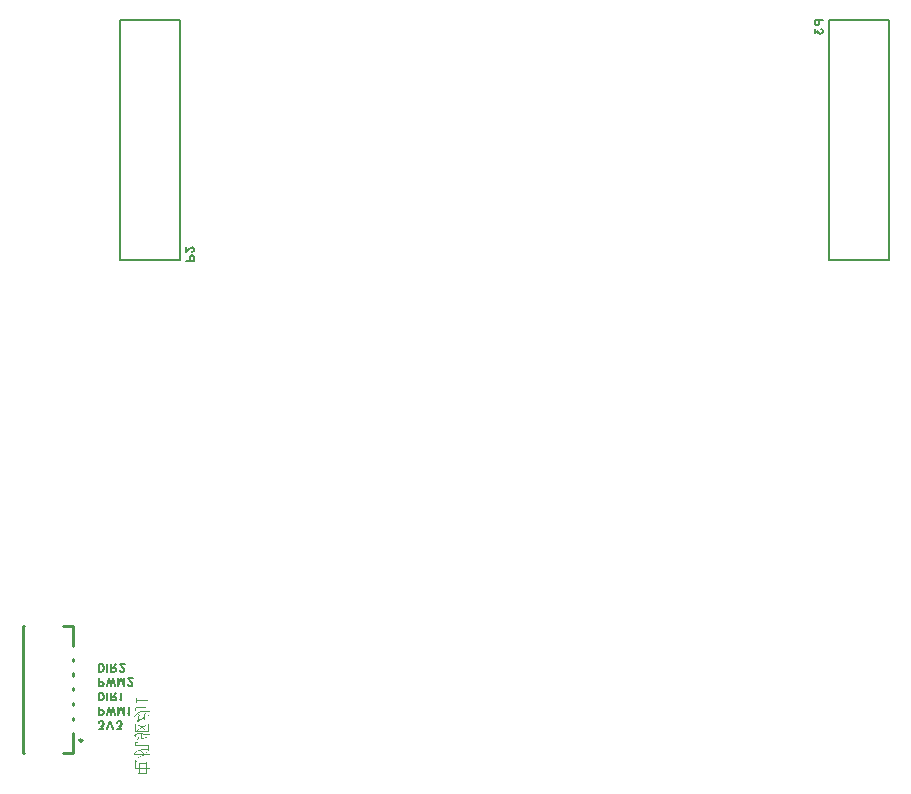
<source format=gbo>
G04 Layer: BottomSilkscreenLayer*
G04 EasyEDA Pro v2.1.21.9b64d12f.b3811b, 2024-07-11 22:11:45*
G04 Gerber Generator version 0.3*
G04 Scale: 100 percent, Rotated: No, Reflected: No*
G04 Dimensions in millimeters*
G04 Leading zeros omitted, absolute positions, 3 integers and 3 decimals*
%FSLAX33Y33*%
%MOMM*%
%ADD10C,0.152*%
%ADD11C,0.254*%
%ADD12C,0.203*%
G75*


G04 Text Start*
G54D10*
G01X-20764Y-38888D02*
G01X-20764Y-38238D01*
G01X-20764Y-38888D02*
G01X-20548Y-38888D01*
G01X-20454Y-38858D01*
G01X-20394Y-38797D01*
G01X-20363Y-38733D01*
G01X-20330Y-38642D01*
G01Y-38487D01*
G01X-20363Y-38393D01*
G01X-20394Y-38332D01*
G01X-20454Y-38268D01*
G01X-20548Y-38238D01*
G01X-20764D01*
G01X-20028Y-38888D02*
G01X-20028Y-38238D01*
G01X-19726Y-38888D02*
G01X-19726Y-38238D01*
G01X-19726Y-38888D02*
G01X-19449Y-38888D01*
G01X-19355Y-38858D01*
G01X-19324Y-38827D01*
G01X-19294Y-38764D01*
G01Y-38703D01*
G01X-19324Y-38642D01*
G01X-19355Y-38611D01*
G01X-19449Y-38578D01*
G01X-19726D01*
G01X-19510Y-38578D02*
G01X-19294Y-38238D01*
G01X-18961Y-38733D02*
G01X-18961Y-38764D01*
G01X-18930Y-38827D01*
G01X-18900Y-38858D01*
G01X-18839Y-38888D01*
G01X-18715D01*
G01X-18651Y-38858D01*
G01X-18621Y-38827D01*
G01X-18590Y-38764D01*
G01Y-38703D01*
G01X-18621Y-38642D01*
G01X-18684Y-38548D01*
G01X-18991Y-38238D01*
G01X-18560D01*
G01X-20764Y-40092D02*
G01X-20764Y-39441D01*
G01X-20764Y-40092D02*
G01X-20485Y-40092D01*
G01X-20394Y-40061D01*
G01X-20363Y-40031D01*
G01X-20330Y-39967D01*
G01Y-39876D01*
G01X-20363Y-39815D01*
G01X-20394Y-39782D01*
G01X-20485Y-39751D01*
G01X-20764D01*
G01X-20028Y-40092D02*
G01X-19875Y-39441D01*
G01X-19720Y-40092D02*
G01X-19875Y-39441D01*
G01X-19720Y-40092D02*
G01X-19565Y-39441D01*
G01X-19411Y-40092D02*
G01X-19565Y-39441D01*
G01X-19108Y-40092D02*
G01X-19108Y-39441D01*
G01X-19108Y-40092D02*
G01X-18862Y-39441D01*
G01X-18613Y-40092D02*
G01X-18862Y-39441D01*
G01X-18613Y-40092D02*
G01X-18613Y-39441D01*
G01X-18280Y-39937D02*
G01X-18280Y-39967D01*
G01X-18250Y-40031D01*
G01X-18219Y-40061D01*
G01X-18158Y-40092D01*
G01X-18034D01*
G01X-17970Y-40061D01*
G01X-17940Y-40031D01*
G01X-17909Y-39967D01*
G01Y-39906D01*
G01X-17940Y-39845D01*
G01X-18003Y-39751D01*
G01X-18311Y-39441D01*
G01X-17879D01*
G01X-20764Y-41326D02*
G01X-20764Y-40676D01*
G01X-20764Y-41326D02*
G01X-20548Y-41326D01*
G01X-20454Y-41295D01*
G01X-20394Y-41234D01*
G01X-20363Y-41171D01*
G01X-20330Y-41079D01*
G01Y-40924D01*
G01X-20363Y-40831D01*
G01X-20394Y-40770D01*
G01X-20454Y-40706D01*
G01X-20548Y-40676D01*
G01X-20764D01*
G01X-20028Y-41326D02*
G01X-20028Y-40676D01*
G01X-19726Y-41326D02*
G01X-19726Y-40676D01*
G01X-19726Y-41326D02*
G01X-19449Y-41326D01*
G01X-19355Y-41295D01*
G01X-19324Y-41265D01*
G01X-19294Y-41201D01*
G01Y-41140D01*
G01X-19324Y-41079D01*
G01X-19355Y-41049D01*
G01X-19449Y-41016D01*
G01X-19726D01*
G01X-19510Y-41016D02*
G01X-19294Y-40676D01*
G01X-18991Y-41201D02*
G01X-18930Y-41234D01*
G01X-18839Y-41326D01*
G01Y-40676D01*
G01X-20764Y-42517D02*
G01X-20764Y-41867D01*
G01X-20764Y-42517D02*
G01X-20485Y-42517D01*
G01X-20394Y-42486D01*
G01X-20363Y-42456D01*
G01X-20330Y-42392D01*
G01Y-42301D01*
G01X-20363Y-42240D01*
G01X-20394Y-42207D01*
G01X-20485Y-42176D01*
G01X-20764D01*
G01X-20028Y-42517D02*
G01X-19875Y-41867D01*
G01X-19720Y-42517D02*
G01X-19875Y-41867D01*
G01X-19720Y-42517D02*
G01X-19565Y-41867D01*
G01X-19411Y-42517D02*
G01X-19565Y-41867D01*
G01X-19108Y-42517D02*
G01X-19108Y-41867D01*
G01X-19108Y-42517D02*
G01X-18862Y-41867D01*
G01X-18613Y-42517D02*
G01X-18862Y-41867D01*
G01X-18613Y-42517D02*
G01X-18613Y-41867D01*
G01X-18311Y-42392D02*
G01X-18250Y-42425D01*
G01X-18158Y-42517D01*
G01Y-41867D01*
G01X-20703Y-43751D02*
G01X-20363Y-43751D01*
G01X-20548Y-43505D01*
G01X-20454D01*
G01X-20394Y-43474D01*
G01X-20363Y-43441D01*
G01X-20330Y-43350D01*
G01Y-43286D01*
G01X-20363Y-43195D01*
G01X-20424Y-43131D01*
G01X-20515Y-43101D01*
G01X-20609D01*
G01X-20703Y-43131D01*
G01X-20734Y-43164D01*
G01X-20764Y-43225D01*
G01X-20028Y-43751D02*
G01X-19781Y-43101D01*
G01X-19532Y-43751D02*
G01X-19781Y-43101D01*
G01X-19169Y-43751D02*
G01X-18829Y-43751D01*
G01X-19014Y-43505D01*
G01X-18923D01*
G01X-18859Y-43474D01*
G01X-18829Y-43441D01*
G01X-18798Y-43350D01*
G01Y-43286D01*
G01X-18829Y-43195D01*
G01X-18890Y-43131D01*
G01X-18984Y-43101D01*
G01X-19078D01*
G01X-19169Y-43131D01*
G01X-19200Y-43164D01*
G01X-19230Y-43225D01*
G36*
G01X-17580Y-41103D02*
G01X-17580Y-41537D01*
G01X-17548D01*
G01Y-41505D01*
G01X-17547Y-41479D01*
G01X-17546Y-41468D01*
G01X-17545Y-41462D01*
G01X-17543Y-41454D01*
G01Y-41445D01*
G01X-17542Y-41441D01*
G01X-17541Y-41436D01*
G01X-17536Y-41426D01*
G01X-17528Y-41408D01*
G01X-17525Y-41402D01*
G01X-17521Y-41397D01*
G01X-17516Y-41392D01*
G01X-17508Y-41385D01*
G01X-17502Y-41382D01*
G01X-17497Y-41380D01*
G01X-17492Y-41378D01*
G01X-17476Y-41374D01*
G01X-17472Y-41373D01*
G01X-17104Y-41371D01*
G01X-16731Y-41373D01*
G01X-16728Y-41374D01*
G01X-16722Y-41375D01*
G01X-16714Y-41377D01*
G01X-16705Y-41380D01*
G01X-16699Y-41383D01*
G01X-16695Y-41387D01*
G01X-16690Y-41391D01*
G01X-16687Y-41396D01*
G01X-16686Y-41398D01*
G01X-16684Y-41403D01*
G01X-16683Y-41411D01*
G01X-16682Y-41419D01*
G01X-16681Y-41435D01*
G01X-16680Y-41473D01*
G01Y-41537D01*
G01X-16643D01*
G01Y-41483D01*
G01X-16642Y-41453D01*
G01X-16641Y-41445D01*
G01Y-41443D01*
G01X-16638Y-41433D01*
G01X-16634Y-41412D01*
G01X-16633Y-41405D01*
G01X-16631Y-41398D01*
G01X-16629Y-41392D01*
G01X-16625Y-41384D01*
G01X-16620Y-41371D01*
G01X-16617Y-41366D01*
G01X-16613Y-41359D01*
G01X-16595Y-41335D01*
G01X-16590Y-41329D01*
G01X-16586Y-41325D01*
G01X-16581Y-41320D01*
G01X-16569Y-41312D01*
G01X-16564Y-41309D01*
G01X-16557Y-41305D01*
G01X-16554Y-41302D01*
G01X-16553Y-41299D01*
G01X-16552Y-41297D01*
G01X-16551Y-41294D01*
G01Y-41291D01*
G01X-16550Y-41274D01*
G01X-17010D01*
G01X-17448Y-41271D01*
G01X-17480Y-41270D01*
G01X-17483Y-41269D01*
G01X-17497Y-41264D01*
G01X-17503Y-41261D01*
G01X-17509Y-41258D01*
G01X-17514Y-41255D01*
G01X-17518Y-41251D01*
G01X-17522Y-41248D01*
G01X-17525Y-41244D01*
G01X-17535Y-41228D01*
G01X-17537Y-41224D01*
G01X-17540Y-41217D01*
G01X-17543Y-41201D01*
G01X-17546Y-41191D01*
G01X-17547Y-41179D01*
G01X-17548Y-41145D01*
G01Y-41103D01*
G37*
G36*
G01X-16776Y-41824D02*
G01X-16778Y-41824D01*
G01X-16782Y-41827D01*
G01X-16783Y-41829D01*
G01X-16785Y-41831D01*
G01X-16788Y-41837D01*
G01X-16791Y-41841D01*
G01X-16794Y-41844D01*
G01X-16801Y-41849D01*
G01X-16807Y-41855D01*
G01X-16811Y-41861D01*
G01X-16814Y-41863D01*
G01X-16817D01*
G01X-16820D01*
G01X-16823Y-41862D01*
G01X-16835Y-41861D01*
G01X-16878D01*
G01X-16927Y-41862D01*
G01X-16937D01*
G01X-16941Y-41863D01*
G01X-16951Y-41865D01*
G01X-16960Y-41868D01*
G01X-16969D01*
G01X-17107Y-41870D01*
G01X-17194D01*
G01X-17251Y-41871D01*
G01X-17259Y-41873D01*
G01X-17268Y-41874D01*
G01X-17295Y-41875D01*
G01X-17301Y-41876D01*
G01X-17308Y-41877D01*
G01X-17320Y-41879D01*
G01X-17349D01*
G01X-17389Y-41880D01*
G01X-17407Y-41882D01*
G01X-17417Y-41883D01*
G01X-17430Y-41885D01*
G01X-17436Y-41886D01*
G01X-17442Y-41888D01*
G01X-17450D01*
G01X-17480Y-41889D01*
G01X-17493Y-41890D01*
G01X-17500Y-41891D01*
G01X-17510Y-41893D01*
G01X-17525Y-41897D01*
G01X-17539Y-41898D01*
G01X-17547Y-41899D01*
G01X-17560Y-41902D01*
G01X-17581Y-41906D01*
G01X-17587Y-41907D01*
G01X-17593Y-41909D01*
G01X-17597Y-41912D01*
G01X-17604Y-41916D01*
G01X-17615Y-41919D01*
G01X-17619Y-41921D01*
G01X-17627Y-41924D01*
G01X-17636Y-41931D01*
G01X-17643Y-41935D01*
G01X-17650Y-41938D01*
G01X-17654Y-41940D01*
G01X-17656Y-41943D01*
G01X-17660Y-41948D01*
G01X-17663Y-41951D01*
G01X-17670Y-41956D01*
G01X-17678Y-41962D01*
G01X-17683Y-41966D01*
G01X-17688Y-41970D01*
G01X-17692Y-41976D01*
G01X-17701Y-41990D01*
G01X-17714Y-42007D01*
G01X-17718Y-42013D01*
G01X-17721Y-42019D01*
G01X-17727Y-42033D01*
G01X-17733Y-42045D01*
G01X-17737Y-42055D01*
G01X-17739Y-42066D01*
G01X-17740Y-42072D01*
G01Y-42076D01*
G01X-17739Y-42078D01*
G01X-17737Y-42080D01*
G01X-17719Y-42089D01*
G01X-17712Y-42093D01*
G01X-17705Y-42098D01*
G01X-17694Y-42107D01*
G01X-17682Y-42120D01*
G01X-17675Y-42128D01*
G01X-17663Y-42145D01*
G01X-17649Y-42166D01*
G01X-17640Y-42183D01*
G01X-17635Y-42192D01*
G01X-17630Y-42201D01*
G01X-17622Y-42220D01*
G01X-17616Y-42230D01*
G01X-17611Y-42238D01*
G01X-17606Y-42251D01*
G01X-17603Y-42255D01*
G01X-17601Y-42258D01*
G01X-17599Y-42260D01*
G01X-17598Y-42261D01*
G01X-17596D01*
G01X-17590D01*
G01X-17582Y-42260D01*
G01X-17578Y-42258D01*
G01X-17574Y-42256D01*
G01X-17573Y-42253D01*
G01Y-42248D01*
G01X-17578Y-42233D01*
G01X-17580Y-42225D01*
G01Y-42212D01*
G01X-17581Y-42204D01*
G01X-17585Y-42191D01*
G01X-17587Y-42179D01*
G01X-17593Y-42142D01*
G01X-17595Y-42130D01*
G01X-17597Y-42126D01*
G01Y-42123D01*
G01X-17598Y-42111D01*
G01X-17599Y-42080D01*
G01X-17598Y-42049D01*
G01Y-42040D01*
G01X-17597Y-42034D01*
G01X-17592Y-42018D01*
G01X-17591Y-42013D01*
G01X-17588Y-42010D01*
G01X-17585Y-42007D01*
G01X-17582Y-42004D01*
G01X-17569Y-41994D01*
G01X-17565Y-41992D01*
G01X-17557Y-41990D01*
G01X-17550D01*
G01X-17546Y-41989D01*
G01X-17541Y-41988D01*
G01X-17536Y-41986D01*
G01X-17529Y-41983D01*
G01X-17524Y-41982D01*
G01X-17519Y-41981D01*
G01X-17508D01*
G01X-17499Y-41980D01*
G01X-17490Y-41979D01*
G01X-17468Y-41973D01*
G01X-17457Y-41972D01*
G01X-17444Y-41971D01*
G01X-17426D01*
G01X-17420Y-41970D01*
G01X-17416Y-41969D01*
G01X-17412Y-41968D01*
G01X-17402Y-41967D01*
G01X-17388D01*
G01X-17371Y-41966D01*
G01X-17365Y-41965D01*
G01X-17361Y-41964D01*
G01X-17357D01*
G01X-17346Y-41963D01*
G01X-17299Y-41962D01*
G01X-17292Y-41961D01*
G01X-17287Y-41960D01*
G01X-17285Y-41959D01*
G01X-17274Y-41958D01*
G01X-17153Y-41957D01*
G01X-17142Y-41956D01*
G01X-17139Y-41955D01*
G01X-17136D01*
G01X-17125Y-41954D01*
G01X-17082Y-41952D01*
G01X-17072Y-41951D01*
G01X-17069D01*
G01X-17059Y-41950D01*
G01X-16959Y-41949D01*
G01X-16879Y-41948D01*
G01X-16851Y-41947D01*
G01X-16845Y-41945D01*
G01X-16837D01*
G01X-16827Y-41947D01*
G01X-16819D01*
G01X-16812Y-41945D01*
G01X-16804D01*
G01X-16800Y-41946D01*
G01X-16799D01*
G01Y-41947D01*
G01X-16798Y-41948D01*
G01X-16797Y-41950D01*
G01X-16796Y-41952D01*
G01X-16794Y-41959D01*
G01X-16793Y-41969D01*
G01X-16792Y-41991D01*
G01X-16790Y-42059D01*
G01X-16791Y-42128D01*
G01X-16792Y-42177D01*
G01X-16793Y-42182D01*
G01X-16795Y-42193D01*
G01X-16835D01*
G01X-16866D01*
G01X-16875Y-42194D01*
G01X-16880Y-42195D01*
G01X-16884Y-42197D01*
G01X-16894Y-42198D01*
G01X-16909Y-42199D01*
G01X-16917Y-42200D01*
G01X-16921Y-42201D01*
G01X-16931Y-42202D01*
G01X-16967Y-42203D01*
G01X-16980Y-42204D01*
G01X-16987Y-42205D01*
G01X-17009Y-42210D01*
G01X-17020Y-42211D01*
G01X-17042Y-42212D01*
G01X-17051Y-42213D01*
G01X-17055D01*
G01X-17061Y-42215D01*
G01X-17068Y-42218D01*
G01X-17073Y-42220D01*
G01X-17078D01*
G01X-17089Y-42221D01*
G01X-17098Y-42222D01*
G01X-17110Y-42225D01*
G01X-17121Y-42228D01*
G01X-17144Y-42233D01*
G01X-17154Y-42235D01*
G01X-17166Y-42238D01*
G01X-17174Y-42239D01*
G01X-17183Y-42240D01*
G01X-17192Y-42242D01*
G01X-17202Y-42246D01*
G01X-17212Y-42249D01*
G01X-17230Y-42254D01*
G01X-17243Y-42258D01*
G01X-17285Y-42272D01*
G01X-17300Y-42277D01*
G01X-17316Y-42285D01*
G01X-17331Y-42290D01*
G01X-17340Y-42296D01*
G01X-17348Y-42301D01*
G01X-17371Y-42311D01*
G01X-17382Y-42318D01*
G01X-17400Y-42327D01*
G01X-17415Y-42336D01*
G01X-17428Y-42343D01*
G01X-17435Y-42347D01*
G01X-17442Y-42352D01*
G01X-17468Y-42373D01*
G01X-17473Y-42376D01*
G01X-17477Y-42378D01*
G01X-17484Y-42381D01*
G01X-17487Y-42383D01*
G01X-17490Y-42386D01*
G01X-17495Y-42393D01*
G01X-17498Y-42395D01*
G01X-17501Y-42397D01*
G01X-17507Y-42400D01*
G01X-17510Y-42402D01*
G01X-17513Y-42405D01*
G01X-17515Y-42408D01*
G01X-17521Y-42414D01*
G01X-17531Y-42422D01*
G01X-17536Y-42428D01*
G01X-17541Y-42434D01*
G01X-17544Y-42437D01*
G01X-17548Y-42440D01*
G01X-17557Y-42445D01*
G01X-17561Y-42447D01*
G01X-17564Y-42451D01*
G01X-17569Y-42458D01*
G01X-17575Y-42463D01*
G01X-17581Y-42468D01*
G01X-17584Y-42471D01*
G01X-17587Y-42475D01*
G01X-17592Y-42484D01*
G01X-17595Y-42488D01*
G01X-17598Y-42491D01*
G01X-17603Y-42495D01*
G01X-17606Y-42498D01*
G01X-17611Y-42504D01*
G01X-17618Y-42515D01*
G01X-17622Y-42519D01*
G01X-17625Y-42523D01*
G01X-17632Y-42528D01*
G01X-17635Y-42531D01*
G01X-17636Y-42534D01*
G01X-17639Y-42540D01*
G01X-17641Y-42543D01*
G01X-17644Y-42547D01*
G01X-17649Y-42550D01*
G01X-17652Y-42553D01*
G01X-17658Y-42560D01*
G01X-17669Y-42576D01*
G01X-17677Y-42588D01*
G01X-17688Y-42602D01*
G01X-17700Y-42622D01*
G01X-17710Y-42636D01*
G01X-17715Y-42644D01*
G01X-17721Y-42655D01*
G01X-17726Y-42662D01*
G01X-17734Y-42674D01*
G01X-17738Y-42680D01*
G01X-17746Y-42696D01*
G01X-17753Y-42707D01*
G01X-17754Y-42710D01*
G01Y-42713D01*
G01Y-42715D01*
G01X-17750Y-42719D01*
G01X-17746Y-42721D01*
G01X-17742Y-42722D01*
G01X-17737D01*
G01X-17734D01*
G01X-17731Y-42720D01*
G01X-17728Y-42717D01*
G01X-17702Y-42681D01*
G01X-17687Y-42661D01*
G01X-17675Y-42645D01*
G01X-17666Y-42634D01*
G01X-17659Y-42625D01*
G01X-17652Y-42616D01*
G01X-17645Y-42608D01*
G01X-17638Y-42598D01*
G01X-17632Y-42593D01*
G01X-17626Y-42588D01*
G01X-17623Y-42585D01*
G01X-17621Y-42582D01*
G01X-17618Y-42575D01*
G01X-17616Y-42572D01*
G01X-17613Y-42570D01*
G01X-17607Y-42565D01*
G01X-17601Y-42559D01*
G01X-17594Y-42549D01*
G01X-17584Y-42541D01*
G01X-17578Y-42536D01*
G01X-17570Y-42526D01*
G01X-17561Y-42519D01*
G01X-17555Y-42513D01*
G01X-17550Y-42506D01*
G01X-17547Y-42504D01*
G01X-17544Y-42502D01*
G01X-17538Y-42499D01*
G01X-17535Y-42497D01*
G01X-17532Y-42494D01*
G01X-17527Y-42488D01*
G01X-17521Y-42482D01*
G01X-17514Y-42477D01*
G01X-17494Y-42461D01*
G01X-17481Y-42452D01*
G01X-17439Y-42424D01*
G01X-17421Y-42412D01*
G01X-17413Y-42408D01*
G01X-17391Y-42396D01*
G01X-17382Y-42391D01*
G01X-17374Y-42386D01*
G01X-17357Y-42379D01*
G01X-17334Y-42369D01*
G01X-17322Y-42364D01*
G01X-17306Y-42358D01*
G01X-17294Y-42352D01*
G01X-17285Y-42349D01*
G01X-17271Y-42345D01*
G01X-17257Y-42339D01*
G01X-17251Y-42337D01*
G01X-17245Y-42335D01*
G01X-17232Y-42333D01*
G01X-17226Y-42331D01*
G01X-17220Y-42329D01*
G01X-17211Y-42325D01*
G01X-17206Y-42324D01*
G01X-17201Y-42322D01*
G01X-17192D01*
G01X-17188Y-42321D01*
G01X-17184Y-42320D01*
G01X-17179Y-42317D01*
G01X-17174Y-42315D01*
G01X-17169Y-42314D01*
G01X-17154Y-42313D01*
G01X-17148Y-42312D01*
G01X-17143Y-42311D01*
G01X-17137Y-42307D01*
G01X-17135D01*
G01X-17130Y-42305D01*
G01X-17125Y-42304D01*
G01X-17108Y-42303D01*
G01X-17103Y-42302D01*
G01X-17098Y-42301D01*
G01X-17090Y-42297D01*
G01X-17085Y-42296D01*
G01X-17079Y-42295D01*
G01X-17066D01*
G01X-17055Y-42294D01*
G01X-17049Y-42292D01*
G01X-17043Y-42290D01*
G01X-17028D01*
G01X-17018Y-42289D01*
G01X-17007Y-42286D01*
G01X-16994Y-42285D01*
G01X-16986Y-42284D01*
G01X-16979Y-42282D01*
G01X-16969Y-42281D01*
G01X-16944D01*
G01X-16921Y-42280D01*
G01X-16906Y-42279D01*
G01X-16898Y-42277D01*
G01X-16885Y-42275D01*
G01X-16878Y-42273D01*
G01X-16867Y-42272D01*
G01X-16832D01*
G01X-16790D01*
G01Y-42329D01*
G01X-16791Y-42360D01*
G01X-16792Y-42369D01*
G01X-16793Y-42373D01*
G01X-16794Y-42379D01*
G01X-16795Y-42398D01*
G01X-16797Y-42409D01*
G01X-16798Y-42413D01*
G01Y-42415D01*
G01Y-42420D01*
G01Y-42430D01*
G01X-16795Y-42442D01*
G01X-16794Y-42448D01*
G01X-16791Y-42457D01*
G01X-16788Y-42464D01*
G01X-16787Y-42467D01*
G01X-16785Y-42469D01*
G01X-16780Y-42473D01*
G01X-16775Y-42478D01*
G01X-16770Y-42485D01*
G01X-16767Y-42487D01*
G01X-16764Y-42488D01*
G01X-16760Y-42489D01*
G01X-16759Y-42488D01*
G01X-16758Y-42486D01*
G01X-16757Y-42483D01*
G01X-16756Y-42472D01*
G01X-16755Y-42455D01*
G01X-16753Y-42380D01*
G01Y-42272D01*
G01X-16568D01*
G01X-16443Y-42273D01*
G01X-16437Y-42274D01*
G01X-16430Y-42275D01*
G01X-16418Y-42277D01*
G01X-16412Y-42279D01*
G01X-16408Y-42280D01*
G01X-16400Y-42279D01*
G01X-16393D01*
G01X-16387Y-42277D01*
G01X-16383Y-42276D01*
G01X-16380Y-42274D01*
G01X-16379Y-42272D01*
G01X-16380Y-42269D01*
G01X-16381Y-42263D01*
G01X-16384Y-42255D01*
G01X-16389Y-42245D01*
G01X-16395Y-42235D01*
G01X-16399Y-42226D01*
G01X-16407Y-42208D01*
G01X-16412Y-42200D01*
G01X-16416Y-42192D01*
G01X-16421Y-42177D01*
G01X-16425Y-42170D01*
G01X-16428Y-42166D01*
G01X-16431Y-42161D01*
G01X-16434Y-42159D01*
G01X-16437Y-42158D01*
G01X-16439D01*
G01X-16442Y-42160D01*
G01X-16446Y-42163D01*
G01X-16454Y-42170D01*
G01X-16464Y-42177D01*
G01X-16469Y-42183D01*
G01X-16472Y-42186D01*
G01Y-42187D01*
G01X-16473D01*
G01X-16474D01*
G01X-16477Y-42188D01*
G01X-16488Y-42190D01*
G01X-16509Y-42191D01*
G01X-16603Y-42193D01*
G01X-16729Y-42192D01*
G01X-16740Y-42191D01*
G01X-16753Y-42188D01*
G01Y-42012D01*
G01X-16752Y-41964D01*
G01X-16751Y-41960D01*
G01X-16750Y-41955D01*
G01X-16748Y-41950D01*
G01X-16745Y-41947D01*
G01X-16739Y-41941D01*
G01X-16733Y-41935D01*
G01X-16728Y-41929D01*
G01X-16725Y-41926D01*
G01X-16722Y-41924D01*
G01X-16716Y-41922D01*
G01X-16713Y-41920D01*
G01X-16710Y-41917D01*
G01X-16708Y-41914D01*
G01X-16706Y-41911D01*
G01X-16705Y-41907D01*
G01X-16706Y-41904D01*
G01X-16708Y-41902D01*
G01X-16712Y-41897D01*
G01X-16719Y-41887D01*
G01X-16730Y-41872D01*
G01X-16753Y-41843D01*
G01X-16763Y-41831D01*
G01X-16765Y-41828D01*
G01X-16768Y-41825D01*
G01X-16771Y-41824D01*
G01X-16774D01*
G37*
G36*
G01X-16909Y-42438D02*
G01X-16909Y-42438D01*
G01X-16910Y-42439D01*
G01Y-42442D01*
G01X-16911Y-42450D01*
G01X-16913Y-42470D01*
G01X-16915Y-42625D01*
G01Y-42817D01*
G01X-16929Y-42809D01*
G01X-16933Y-42806D01*
G01X-16937Y-42803D01*
G01X-16957Y-42777D01*
G01X-16967Y-42763D01*
G01X-16976Y-42749D01*
G01X-16980Y-42746D01*
G01X-16983Y-42744D01*
G01X-16987Y-42743D01*
G01X-16989D01*
G01X-16990D01*
G01X-16995Y-42746D01*
G01X-16996Y-42748D01*
G01X-16997Y-42750D01*
G01X-17001Y-42756D01*
G01X-17005Y-42763D01*
G01X-17010Y-42768D01*
G01X-17017Y-42777D01*
G01X-17022Y-42784D01*
G01X-17032Y-42791D01*
G01X-17037Y-42797D01*
G01X-17045Y-42807D01*
G01X-17052Y-42812D01*
G01X-17061Y-42819D01*
G01X-17068Y-42826D01*
G01X-17078Y-42833D01*
G01X-17093Y-42844D01*
G01X-17107Y-42855D01*
G01X-17127Y-42868D01*
G01X-17144Y-42879D01*
G01X-17167Y-42895D01*
G01X-17171Y-42897D01*
G01X-17176Y-42902D01*
G01X-17185Y-42909D01*
G01X-17215Y-42928D01*
G01X-17225Y-42934D01*
G01X-17251Y-42955D01*
G01X-17267Y-42967D01*
G01X-17278Y-42976D01*
G01X-17287Y-42983D01*
G01X-17296Y-42990D01*
G01X-17303Y-42996D01*
G01X-17307Y-42998D01*
G01X-17313Y-43001D01*
G01X-17316Y-43003D01*
G01X-17319Y-43005D01*
G01X-17324Y-43011D01*
G01X-17327Y-43014D01*
G01X-17331Y-43017D01*
G01X-17340Y-43022D01*
G01X-17344Y-43025D01*
G01X-17347Y-43028D01*
G01X-17349Y-43031D01*
G01X-17354Y-43038D01*
G01X-17361Y-43043D01*
G01X-17370Y-43050D01*
G01X-17375Y-43055D01*
G01X-17384Y-43059D01*
G01X-17387Y-43060D01*
G01X-17390Y-43059D01*
G01X-17392Y-43057D01*
G01X-17393Y-43055D01*
G01X-17394Y-43047D01*
G01Y-43044D01*
G01X-17392Y-43039D01*
G01X-17391Y-43033D01*
G01Y-43016D01*
G01X-17389Y-43007D01*
G01X-17388Y-43002D01*
G01X-17387Y-42996D01*
G01X-17386Y-42975D01*
G01X-17384Y-42953D01*
G01X-17383Y-42943D01*
G01X-17381Y-42930D01*
G01X-17378Y-42921D01*
G01X-17377Y-42911D01*
G01Y-42890D01*
G01X-17375Y-42874D01*
G01X-17374Y-42867D01*
G01X-17371Y-42855D01*
G01X-17369Y-42847D01*
G01X-17368Y-42839D01*
G01Y-42820D01*
G01X-17367Y-42808D01*
G01X-17365Y-42796D01*
G01X-17364Y-42788D01*
G01X-17362Y-42777D01*
G01X-17360Y-42769D01*
G01X-17359Y-42759D01*
G01X-17358Y-42738D01*
G01Y-42725D01*
G01X-17356Y-42713D01*
G01X-17355Y-42705D01*
G01X-17353Y-42694D01*
G01X-17351Y-42685D01*
G01X-17350Y-42676D01*
G01X-17349Y-42662D01*
G01Y-42645D01*
G01X-17348Y-42638D01*
G01X-17346Y-42630D01*
G01X-17345Y-42623D01*
G01X-17344Y-42614D01*
G01X-17343Y-42612D01*
G01X-17341Y-42611D01*
G01X-17338D01*
G01X-17319Y-42618D01*
G01X-17308Y-42623D01*
G01X-17303Y-42626D01*
G01X-17294Y-42633D01*
G01X-17289Y-42636D01*
G01X-17283Y-42638D01*
G01X-17267Y-42646D01*
G01X-17257Y-42652D01*
G01X-17249Y-42656D01*
G01X-17235Y-42662D01*
G01X-17225Y-42668D01*
G01X-17216Y-42675D01*
G01X-17208Y-42679D01*
G01X-17197Y-42685D01*
G01X-17190Y-42690D01*
G01X-17185Y-42694D01*
G01X-17181Y-42696D01*
G01X-17166Y-42703D01*
G01X-17156Y-42710D01*
G01X-17144Y-42717D01*
G01X-17137Y-42720D01*
G01X-17132Y-42722D01*
G01X-17128D01*
G01X-17124D01*
G01X-17121Y-42720D01*
G01X-17119Y-42717D01*
G01X-17117Y-42714D01*
G01X-17116Y-42711D01*
G01X-17117Y-42708D01*
G01X-17119Y-42706D01*
G01X-17121Y-42703D01*
G01X-17128Y-42694D01*
G01X-17133Y-42688D01*
G01X-17142Y-42680D01*
G01X-17148Y-42675D01*
G01X-17153Y-42668D01*
G01X-17162Y-42657D01*
G01X-17169Y-42648D01*
G01X-17174Y-42642D01*
G01X-17184Y-42634D01*
G01X-17190Y-42628D01*
G01X-17197Y-42619D01*
G01X-17207Y-42611D01*
G01X-17213Y-42605D01*
G01X-17221Y-42595D01*
G01X-17227Y-42590D01*
G01X-17236Y-42584D01*
G01X-17243Y-42577D01*
G01X-17255Y-42567D01*
G01X-17260Y-42563D01*
G01X-17268Y-42557D01*
G01X-17273Y-42554D01*
G01X-17276Y-42552D01*
G01X-17278Y-42550D01*
G01X-17283Y-42543D01*
G01X-17288Y-42537D01*
G01X-17324Y-42512D01*
G01X-17340Y-42501D01*
G01X-17344Y-42499D01*
G01X-17351Y-42497D01*
G01X-17356Y-42496D01*
G01X-17367Y-42493D01*
G01X-17379Y-42488D01*
G01X-17390Y-42485D01*
G01X-17400Y-42484D01*
G01X-17407D01*
G01X-17417Y-42486D01*
G01X-17424Y-42488D01*
G01X-17442Y-42493D01*
G01X-17447Y-42495D01*
G01X-17452Y-42497D01*
G01X-17458Y-42500D01*
G01X-17463Y-42504D01*
G01X-17468Y-42507D01*
G01X-17471Y-42510D01*
G01X-17476Y-42518D01*
G01X-17482Y-42523D01*
G01X-17488Y-42528D01*
G01X-17491Y-42531D01*
G01X-17492Y-42535D01*
G01Y-42539D01*
G01Y-42544D01*
G01X-17491Y-42548D01*
G01X-17488Y-42551D01*
G01X-17485Y-42553D01*
G01X-17484Y-42555D01*
G01X-17474Y-42559D01*
G01X-17465Y-42563D01*
G01X-17436Y-42572D01*
G01X-17420Y-42575D01*
G01X-17415Y-42577D01*
G01X-17411Y-42579D01*
G01X-17404Y-42583D01*
G01X-17400Y-42585D01*
G01X-17395Y-42586D01*
G01X-17387D01*
G01X-17383Y-42587D01*
G01X-17381Y-42590D01*
G01X-17379Y-42593D01*
G01Y-42596D01*
G01X-17378Y-42599D01*
G01X-17379Y-42606D01*
G01X-17382Y-42615D01*
G01X-17384Y-42627D01*
G01X-17390Y-42665D01*
G01X-17392Y-42676D01*
G01X-17395Y-42690D01*
G01X-17399Y-42714D01*
G01X-17401Y-42727D01*
G01X-17405Y-42740D01*
G01X-17408Y-42758D01*
G01X-17411Y-42769D01*
G01X-17414Y-42781D01*
G01X-17417Y-42800D01*
G01X-17421Y-42814D01*
G01X-17425Y-42830D01*
G01X-17432Y-42857D01*
G01X-17437Y-42879D01*
G01X-17446Y-42911D01*
G01X-17450Y-42930D01*
G01X-17451Y-42936D01*
G01X-17453Y-42942D01*
G01X-17462Y-42967D01*
G01X-17470Y-42987D01*
G01X-17475Y-43003D01*
G01X-17483Y-43020D01*
G01X-17487Y-43033D01*
G01X-17488Y-43037D01*
G01X-17490Y-43040D01*
G01X-17492Y-43043D01*
G01X-17495Y-43045D01*
G01X-17497Y-43049D01*
G01X-17504Y-43064D01*
G01X-17509Y-43072D01*
G01X-17513Y-43078D01*
G01X-17515Y-43080D01*
G01X-17518Y-43087D01*
G01Y-43089D01*
G01Y-43090D01*
G01X-17517Y-43092D01*
G01X-17516Y-43094D01*
G01X-17514Y-43095D01*
G01X-17512Y-43097D01*
G01X-17506Y-43101D01*
G01X-17500Y-43104D01*
G01X-17481Y-43114D01*
G01X-17458Y-43128D01*
G01X-17449Y-43133D01*
G01X-17428Y-43144D01*
G01X-17417Y-43151D01*
G01X-17414Y-43152D01*
G01X-17411D01*
G01X-17407D01*
G01X-17404Y-43150D01*
G01X-17401Y-43147D01*
G01X-17399Y-43144D01*
G01X-17396Y-43135D01*
G01X-17394Y-43132D01*
G01X-17392Y-43129D01*
G01X-17385Y-43124D01*
G01X-17380Y-43118D01*
G01X-17372Y-43108D01*
G01X-17362Y-43100D01*
G01X-17356Y-43095D01*
G01X-17353Y-43090D01*
G01X-17348Y-43084D01*
G01X-17343Y-43080D01*
G01X-17338Y-43075D01*
G01X-17323Y-43065D01*
G01X-17305Y-43052D01*
G01X-17301Y-43050D01*
G01X-17297Y-43046D01*
G01X-17290Y-43041D01*
G01X-17282Y-43036D01*
G01X-17256Y-43020D01*
G01X-17244Y-43013D01*
G01X-17236Y-43008D01*
G01X-17232Y-43005D01*
G01X-17229Y-43003D01*
G01X-17223Y-42999D01*
G01X-17207Y-42992D01*
G01X-17203Y-42990D01*
G01X-17192Y-42983D01*
G01X-17184Y-42980D01*
G01X-17178Y-42977D01*
G01X-17164Y-42968D01*
G01X-17154Y-42962D01*
G01X-17143Y-42957D01*
G01X-17137Y-42954D01*
G01X-17132Y-42951D01*
G01X-17121Y-42944D01*
G01X-17114Y-42940D01*
G01X-17105Y-42938D01*
G01X-17097Y-42934D01*
G01X-17091Y-42931D01*
G01X-17083Y-42927D01*
G01X-17066Y-42919D01*
G01X-17049Y-42911D01*
G01X-17030Y-42903D01*
G01X-17007Y-42895D01*
G01X-16992Y-42889D01*
G01X-16979Y-42884D01*
G01X-16974Y-42882D01*
G01X-16968Y-42880D01*
G01X-16955Y-42878D01*
G01X-16949Y-42876D01*
G01X-16944Y-42874D01*
G01X-16937Y-42870D01*
G01X-16933Y-42869D01*
G01X-16929Y-42868D01*
G01X-16924D01*
G01X-16923D01*
G01X-16922Y-42869D01*
G01Y-42870D01*
G01X-16921Y-42872D01*
G01X-16919Y-42877D01*
G01X-16917Y-42890D01*
G01X-16916Y-42909D01*
G01X-16915Y-42965D01*
G01X-16916Y-43039D01*
G01X-16918Y-43059D01*
G01X-16919Y-43065D01*
G01X-16920Y-43068D01*
G01X-16922Y-43072D01*
G01X-16924Y-43077D01*
G01Y-43082D01*
G01X-16925Y-43096D01*
G01X-16926Y-43106D01*
G01X-16927Y-43111D01*
G01Y-43115D01*
G01X-16926Y-43120D01*
G01X-16924Y-43124D01*
G01X-16918Y-43130D01*
G01X-16912Y-43137D01*
G01X-16905Y-43142D01*
G01X-16899Y-43148D01*
G01X-16894Y-43155D01*
G01X-16892Y-43157D01*
G01X-16888Y-43159D01*
G01X-16885Y-43161D01*
G01X-16884Y-43160D01*
G01Y-43159D01*
G01Y-43158D01*
G01X-16882Y-43150D01*
G01X-16881Y-43130D01*
G01X-16878Y-42893D01*
G01Y-42687D01*
G01X-16876Y-42614D01*
G01Y-42611D01*
G01X-16874Y-42606D01*
G01X-16873Y-42601D01*
G01X-16870Y-42598D01*
G01X-16867Y-42595D01*
G01X-16861Y-42590D01*
G01X-16853Y-42580D01*
G01X-16847Y-42574D01*
G01X-16837Y-42567D01*
G01X-16830Y-42557D01*
G01X-16824Y-42551D01*
G01X-16817Y-42547D01*
G01X-16815Y-42544D01*
G01X-16814Y-42542D01*
G01Y-42537D01*
G01X-16815Y-42535D01*
G01X-16816Y-42533D01*
G01X-16820Y-42528D01*
G01X-16827Y-42519D01*
G01X-16833Y-42512D01*
G01X-16842Y-42505D01*
G01X-16848Y-42499D01*
G01X-16856Y-42489D01*
G01X-16866Y-42481D01*
G01X-16871Y-42476D01*
G01X-16879Y-42466D01*
G01X-16888Y-42459D01*
G01X-16894Y-42453D01*
G01X-16902Y-42443D01*
G01X-16908Y-42438D01*
G37*
G36*
G01X-16609Y-42521D02*
G01X-16609Y-42522D01*
G01X-16610Y-42523D01*
G01Y-42524D01*
G01X-16611Y-42532D01*
G01X-16613Y-42553D01*
G01X-16615Y-42743D01*
G01X-16616Y-42959D01*
G01X-16617Y-42974D01*
G01Y-42976D01*
G01X-16618Y-42980D01*
G01X-16619Y-42988D01*
G01X-16620Y-43013D01*
G01X-16621Y-43018D01*
G01X-16622Y-43023D01*
G01X-16624Y-43033D01*
G01X-16626Y-43050D01*
G01X-16627Y-43059D01*
G01X-16626Y-43067D01*
G01X-16625Y-43072D01*
G01X-16622Y-43075D01*
G01X-16619Y-43078D01*
G01X-16613Y-43083D01*
G01X-16605Y-43093D01*
G01X-16595Y-43101D01*
G01X-16590Y-43106D01*
G01X-16585Y-43112D01*
G01X-16583Y-43114D01*
G01X-16581D01*
G01X-16578Y-43112D01*
G01Y-43111D01*
G01Y-43110D01*
G01X-16577Y-43105D01*
G01X-16576Y-43091D01*
G01X-16573Y-42898D01*
G01X-16571Y-42739D01*
G01X-16569Y-42698D01*
G01X-16568Y-42687D01*
G01X-16567Y-42684D01*
G01X-16566Y-42683D01*
G01X-16560Y-42678D01*
G01X-16553Y-42668D01*
G01X-16547Y-42662D01*
G01X-16537Y-42654D01*
G01X-16529Y-42645D01*
G01X-16524Y-42639D01*
G01X-16517Y-42634D01*
G01X-16515Y-42631D01*
G01X-16513Y-42628D01*
G01X-16511Y-42625D01*
G01Y-42623D01*
G01Y-42622D01*
G01Y-42620D01*
G01X-16512Y-42618D01*
G01X-16513Y-42616D01*
G01X-16516Y-42613D01*
G01X-16522Y-42607D01*
G01X-16529Y-42601D01*
G01X-16534Y-42594D01*
G01X-16540Y-42588D01*
G01X-16550Y-42581D01*
G01X-16555Y-42574D01*
G01X-16560Y-42568D01*
G01X-16566Y-42563D01*
G01X-16569Y-42561D01*
G01X-16573Y-42556D01*
G01X-16579Y-42549D01*
G01X-16588Y-42541D01*
G01X-16594Y-42536D01*
G01X-16602Y-42526D01*
G01X-16608Y-42521D01*
G37*
G36*
G01X-17652Y-43304D02*
G01X-17652Y-43305D01*
G01X-17653Y-43307D01*
G01X-17654Y-43314D01*
G01X-17656Y-43333D01*
G01X-17659Y-43590D01*
G01X-17662Y-43878D01*
G01X-17663Y-43890D01*
G01Y-43893D01*
G01X-17666Y-43899D01*
G01X-17669Y-43903D01*
G01X-17672Y-43907D01*
G01X-17675Y-43909D01*
G01X-17678Y-43910D01*
G01X-17681Y-43912D01*
G01X-17689Y-43921D01*
G01X-17695Y-43927D01*
G01X-17701Y-43932D01*
G01X-17704Y-43935D01*
G01X-17706Y-43939D01*
G01X-17707Y-43944D01*
G01X-17708Y-43948D01*
G01Y-43951D01*
G01X-17707Y-43953D01*
G01X-17705Y-43955D01*
G01X-17702Y-43956D01*
G01X-17700Y-43958D01*
G01X-17693Y-43964D01*
G01X-17653Y-44004D01*
G01X-17646Y-44010D01*
G01X-17642Y-44013D01*
G01X-17639Y-44015D01*
G01X-17636D01*
G01X-17634D01*
G01X-17631Y-44013D01*
G01X-17617Y-43998D01*
G01X-17612Y-43991D01*
G01X-17610Y-43990D01*
G01X-17606Y-43989D01*
G01X-17595Y-43987D01*
G01X-17581Y-43986D01*
G01X-17550Y-43985D01*
G01X-17498Y-43986D01*
G01X-17488Y-43987D01*
G01X-17485D01*
G01X-17482Y-43988D01*
G01X-16975Y-43990D01*
G01X-16470Y-43988D01*
G01X-16467Y-43987D01*
G01X-16466D01*
G01Y-43986D01*
G01X-16465Y-43984D01*
G01Y-43983D01*
G01X-16466Y-43981D01*
G01X-16468Y-43976D01*
G01X-16476Y-43962D01*
G01X-16487Y-43948D01*
G01X-16491Y-43941D01*
G01X-16497Y-43930D01*
G01X-16502Y-43923D01*
G01X-16504Y-43920D01*
G01X-16505Y-43918D01*
G01Y-43913D01*
G01X-16506Y-43900D01*
G01X-16509Y-43703D01*
G01X-16508Y-43516D01*
G01X-16507Y-43482D01*
G01X-16506Y-43479D01*
G01X-16505Y-43474D01*
G01X-16503Y-43470D01*
G01X-16500Y-43466D01*
G01X-16494Y-43461D01*
G01X-16488Y-43455D01*
G01X-16481Y-43445D01*
G01X-16471Y-43438D01*
G01X-16465Y-43432D01*
G01X-16457Y-43422D01*
G01X-16451Y-43417D01*
G01X-16449Y-43414D01*
G01X-16447Y-43411D01*
G01Y-43408D01*
G01X-16449Y-43403D01*
G01X-16451Y-43399D01*
G01X-16454Y-43395D01*
G01X-16457Y-43392D01*
G01X-16464Y-43387D01*
G01X-16469Y-43381D01*
G01X-16473Y-43376D01*
G01X-16476Y-43373D01*
G01X-16483Y-43367D01*
G01X-16493Y-43360D01*
G01X-16498Y-43357D01*
G01X-16501Y-43353D01*
G01X-16506Y-43347D01*
G01X-16509Y-43344D01*
G01X-16513Y-43342D01*
G01X-16519Y-43340D01*
G01X-16522Y-43337D01*
G01X-16525Y-43335D01*
G01X-16527Y-43331D01*
G01X-16532Y-43325D01*
G01X-16539Y-43320D01*
G01Y-43321D01*
G01X-16540D01*
G01Y-43323D01*
G01X-16541Y-43330D01*
G01X-16543Y-43350D01*
G01X-16546Y-43602D01*
G01Y-43636D01*
G01X-16549Y-43884D01*
G01X-16550Y-43895D01*
G01Y-43897D01*
G01X-16553Y-43901D01*
G01X-16555Y-43903D01*
G01X-16557Y-43904D01*
G01X-16560D01*
G01X-16563D01*
G01X-17077Y-43902D01*
G01X-17582Y-43903D01*
G01X-17606Y-43904D01*
G01X-17622Y-43906D01*
G01Y-43696D01*
G01X-17620Y-43501D01*
G01Y-43477D01*
G01X-17619Y-43475D01*
G01X-17618Y-43470D01*
G01X-17616Y-43465D01*
G01X-17613Y-43461D01*
G01X-17610Y-43458D01*
G01X-17604Y-43453D01*
G01X-17596Y-43444D01*
G01X-17591Y-43438D01*
G01X-17581Y-43430D01*
G01X-17573Y-43421D01*
G01X-17567Y-43415D01*
G01X-17561Y-43410D01*
G01X-17559Y-43407D01*
G01X-17556Y-43404D01*
G01X-17555Y-43401D01*
G01X-17553Y-43395D01*
G01X-17555Y-43391D01*
G01X-17556Y-43390D01*
G01X-17563Y-43381D01*
G01X-17568Y-43375D01*
G01X-17573Y-43370D01*
G01X-17583Y-43362D01*
G01X-17600Y-43350D01*
G01X-17605Y-43344D01*
G01X-17609Y-43339D01*
G01X-17612Y-43335D01*
G01X-17619Y-43330D01*
G01X-17630Y-43323D01*
G01X-17634Y-43320D01*
G01X-17637Y-43317D01*
G01X-17643Y-43310D01*
G01X-17645Y-43308D01*
G01X-17648Y-43305D01*
G01X-17652Y-43304D01*
G37*
G36*
G01X-16759Y-43380D02*
G01X-16761Y-43380D01*
G01X-16763Y-43381D01*
G01X-16765Y-43383D01*
G01X-16772Y-43389D01*
G01X-16776Y-43394D01*
G01X-16780Y-43400D01*
G01X-16785Y-43408D01*
G01X-16789Y-43413D01*
G01X-16794Y-43418D01*
G01X-16799Y-43422D01*
G01X-16810Y-43429D01*
G01X-16823Y-43436D01*
G01X-16883Y-43465D01*
G01X-16905Y-43475D01*
G01X-16913Y-43479D01*
G01X-16928Y-43487D01*
G01X-16937Y-43492D01*
G01X-16956Y-43500D01*
G01X-16966Y-43506D01*
G01X-16974Y-43511D01*
G01X-16993Y-43518D01*
G01X-17002Y-43524D01*
G01X-17011Y-43529D01*
G01X-17030Y-43537D01*
G01X-17041Y-43544D01*
G01X-17049Y-43547D01*
G01X-17056Y-43549D01*
G01X-17061Y-43550D01*
G01X-17066D01*
G01X-17074Y-43549D01*
G01X-17080Y-43547D01*
G01X-17085Y-43545D01*
G01X-17088Y-43543D01*
G01X-17091Y-43539D01*
G01X-17093Y-43536D01*
G01X-17096Y-43533D01*
G01X-17100Y-43530D01*
G01X-17109Y-43525D01*
G01X-17112Y-43522D01*
G01X-17116Y-43519D01*
G01X-17121Y-43513D01*
G01X-17127Y-43507D01*
G01X-17134Y-43502D01*
G01X-17149Y-43491D01*
G01X-17171Y-43473D01*
G01X-17186Y-43462D01*
G01X-17205Y-43449D01*
G01X-17220Y-43439D01*
G01X-17227Y-43435D01*
G01X-17238Y-43428D01*
G01X-17265Y-43414D01*
G01X-17277Y-43409D01*
G01X-17284Y-43405D01*
G01X-17291Y-43401D01*
G01X-17294Y-43399D01*
G01X-17298D01*
G01X-17308Y-43398D01*
G01X-17316Y-43397D01*
G01X-17323Y-43395D01*
G01X-17326D01*
G01X-17330D01*
G01X-17333Y-43396D01*
G01X-17337Y-43397D01*
G01X-17346Y-43398D01*
G01X-17357Y-43399D01*
G01X-17363D01*
G01X-17369Y-43401D01*
G01X-17375Y-43403D01*
G01X-17401Y-43413D01*
G01X-17409Y-43417D01*
G01X-17414Y-43419D01*
G01X-17417Y-43422D01*
G01X-17423Y-43428D01*
G01X-17425Y-43432D01*
G01Y-43435D01*
G01Y-43438D01*
G01X-17423Y-43440D01*
G01X-17421Y-43443D01*
G01X-17414Y-43452D01*
G01X-17411Y-43455D01*
G01X-17408Y-43458D01*
G01X-17403Y-43461D01*
G01X-17387Y-43468D01*
G01X-17378Y-43474D01*
G01X-17374Y-43476D01*
G01X-17366Y-43478D01*
G01X-17355Y-43481D01*
G01X-17349Y-43483D01*
G01X-17344Y-43485D01*
G01X-17332Y-43492D01*
G01X-17323Y-43496D01*
G01X-17307Y-43504D01*
G01X-17289Y-43512D01*
G01X-17263Y-43523D01*
G01X-17253Y-43529D01*
G01X-17244Y-43534D01*
G01X-17231Y-43539D01*
G01X-17223Y-43544D01*
G01X-17219Y-43547D01*
G01X-17216Y-43550D01*
G01X-17209Y-43553D01*
G01X-17193Y-43560D01*
G01X-17182Y-43567D01*
G01X-17168Y-43573D01*
G01X-17160Y-43578D01*
G01X-17153Y-43583D01*
G01X-17152Y-43584D01*
G01X-17150Y-43588D01*
G01X-17149Y-43590D01*
G01Y-43592D01*
G01X-17150Y-43595D01*
G01X-17151Y-43597D01*
G01X-17154Y-43602D01*
G01X-17157Y-43606D01*
G01X-17162Y-43610D01*
G01X-17178Y-43620D01*
G01X-17195Y-43632D01*
G01X-17219Y-43648D01*
G01X-17229Y-43655D01*
G01X-17249Y-43669D01*
G01X-17269Y-43684D01*
G01X-17282Y-43694D01*
G01X-17291Y-43701D01*
G01X-17299Y-43707D01*
G01X-17302Y-43709D01*
G01X-17309Y-43712D01*
G01X-17312Y-43714D01*
G01X-17315Y-43716D01*
G01X-17318Y-43721D01*
G01X-17321Y-43725D01*
G01X-17328Y-43730D01*
G01X-17339Y-43737D01*
G01X-17343Y-43740D01*
G01X-17347Y-43744D01*
G01X-17349Y-43747D01*
G01X-17352Y-43750D01*
G01X-17355Y-43754D01*
G01X-17359Y-43756D01*
G01X-17368Y-43761D01*
G01X-17371Y-43764D01*
G01X-17375Y-43767D01*
G01X-17378Y-43772D01*
G01X-17381Y-43775D01*
G01X-17388Y-43780D01*
G01X-17398Y-43788D01*
G01X-17403Y-43791D01*
G01X-17407Y-43795D01*
G01X-17409Y-43798D01*
G01X-17415Y-43804D01*
G01X-17424Y-43812D01*
G01X-17430Y-43818D01*
G01X-17435Y-43824D01*
G01X-17438Y-43827D01*
G01X-17441Y-43829D01*
G01X-17447Y-43832D01*
G01X-17450Y-43834D01*
G01X-17453Y-43836D01*
G01X-17458Y-43843D01*
G01X-17464Y-43849D01*
G01X-17470Y-43854D01*
G01X-17473Y-43856D01*
G01X-17475Y-43859D01*
G01X-17476Y-43863D01*
G01X-17477Y-43866D01*
G01Y-43869D01*
G01X-17476Y-43872D01*
G01X-17474Y-43874D01*
G01X-17472Y-43876D01*
G01X-17470Y-43877D01*
G01X-17467Y-43878D01*
G01X-17465Y-43879D01*
G01X-17462Y-43878D01*
G01X-17459Y-43877D01*
G01X-17456Y-43876D01*
G01X-17449Y-43871D01*
G01X-17429Y-43856D01*
G01X-17411Y-43842D01*
G01X-17403Y-43835D01*
G01X-17395Y-43829D01*
G01X-17392Y-43827D01*
G01X-17385Y-43824D01*
G01X-17382Y-43822D01*
G01X-17380Y-43820D01*
G01X-17377Y-43817D01*
G01X-17375Y-43813D01*
G01X-17371Y-43810D01*
G01X-17368Y-43807D01*
G01X-17359Y-43803D01*
G01X-17352Y-43798D01*
G01X-17347Y-43793D01*
G01X-17338Y-43787D01*
G01X-17310Y-43768D01*
G01X-17287Y-43751D01*
G01X-17273Y-43742D01*
G01X-17247Y-43727D01*
G01X-17230Y-43717D01*
G01X-17184Y-43689D01*
G01X-17175Y-43683D01*
G01X-17157Y-43676D01*
G01X-17147Y-43670D01*
G01X-17138Y-43665D01*
G01X-17120Y-43657D01*
G01X-17109Y-43651D01*
G01X-17105Y-43649D01*
G01X-17098Y-43647D01*
G01X-17090Y-43645D01*
G01X-17085D01*
G01X-17079D01*
G01X-17074Y-43647D01*
G01X-17064Y-43652D01*
G01X-17048Y-43662D01*
G01X-17035Y-43669D01*
G01X-17028Y-43673D01*
G01X-17017Y-43681D01*
G01X-17010Y-43685D01*
G01X-16999Y-43692D01*
G01X-16992Y-43696D01*
G01X-16988Y-43700D01*
G01X-16980Y-43705D01*
G01X-16954Y-43722D01*
G01X-16854Y-43794D01*
G01X-16834Y-43809D01*
G01X-16820Y-43819D01*
G01X-16811Y-43826D01*
G01X-16807Y-43830D01*
G01X-16804Y-43832D01*
G01X-16801Y-43834D01*
G01X-16794Y-43836D01*
G01X-16791Y-43838D01*
G01X-16788Y-43841D01*
G01X-16783Y-43847D01*
G01X-16780Y-43849D01*
G01X-16776Y-43850D01*
G01X-16772Y-43849D01*
G01X-16766Y-43846D01*
G01X-16765Y-43842D01*
G01X-16768Y-43837D01*
G01X-16772Y-43830D01*
G01X-16777Y-43824D01*
G01X-16787Y-43817D01*
G01X-16792Y-43810D01*
G01X-16800Y-43801D01*
G01X-16810Y-43793D01*
G01X-16816Y-43788D01*
G01X-16823Y-43778D01*
G01X-16833Y-43770D01*
G01X-16839Y-43764D01*
G01X-16846Y-43755D01*
G01X-16856Y-43747D01*
G01X-16862Y-43741D01*
G01X-16870Y-43732D01*
G01X-16879Y-43724D01*
G01X-16885Y-43718D01*
G01X-16893Y-43708D01*
G01X-16899Y-43703D01*
G01X-16908Y-43696D01*
G01X-16915Y-43690D01*
G01X-16927Y-43680D01*
G01X-16932Y-43676D01*
G01X-16945Y-43666D01*
G01X-16951Y-43661D01*
G01X-16959Y-43651D01*
G01X-16965Y-43646D01*
G01X-16972Y-43641D01*
G01X-16982Y-43632D01*
G01X-16992Y-43625D01*
G01X-16998Y-43619D01*
G01X-17003Y-43613D01*
G01X-17005Y-43610D01*
G01Y-43607D01*
G01Y-43604D01*
G01X-17003Y-43602D01*
G01X-17001Y-43600D01*
G01X-16992Y-43592D01*
G01X-16984Y-43588D01*
G01X-16970Y-43584D01*
G01X-16965Y-43582D01*
G01X-16960Y-43579D01*
G01X-16949Y-43573D01*
G01X-16943Y-43571D01*
G01X-16938Y-43569D01*
G01X-16920Y-43563D01*
G01X-16905Y-43555D01*
G01X-16892Y-43551D01*
G01X-16877Y-43545D01*
G01X-16865Y-43540D01*
G01X-16855Y-43536D01*
G01X-16841Y-43532D01*
G01X-16823Y-43524D01*
G01X-16808Y-43518D01*
G01X-16798Y-43516D01*
G01X-16786Y-43513D01*
G01X-16772Y-43507D01*
G01X-16762Y-43504D01*
G01X-16751Y-43500D01*
G01X-16719Y-43491D01*
G01X-16704Y-43486D01*
G01X-16691Y-43482D01*
G01X-16686Y-43479D01*
G01X-16684Y-43477D01*
G01X-16683Y-43475D01*
G01X-16684Y-43473D01*
G01X-16686Y-43470D01*
G01X-16688Y-43467D01*
G01X-16690Y-43464D01*
G01X-16693Y-43457D01*
G01X-16695Y-43454D01*
G01X-16697Y-43452D01*
G01X-16704Y-43447D01*
G01X-16710Y-43441D01*
G01X-16723Y-43422D01*
G01X-16744Y-43395D01*
G01X-16755Y-43381D01*
G01X-16756Y-43380D01*
G37*
G36*
G01X-17110Y-44031D02*
G01X-17112Y-44033D01*
G01X-17115Y-44035D01*
G01X-17118Y-44042D01*
G01X-17120Y-44045D01*
G01X-17122Y-44047D01*
G01X-17129Y-44052D01*
G01X-17134Y-44058D01*
G01X-17139Y-44064D01*
G01X-17142Y-44067D01*
G01X-17147Y-44069D01*
G01X-17151Y-44071D01*
G01X-17182Y-44077D01*
G01X-17194Y-44081D01*
G01X-17203Y-44082D01*
G01X-17228D01*
G01X-17239Y-44083D01*
G01X-17246Y-44084D01*
G01X-17268Y-44090D01*
G01X-17276Y-44091D01*
G01X-17287D01*
G01X-17302Y-44092D01*
G01X-17309D01*
G01X-17315Y-44093D01*
G01X-17325Y-44096D01*
G01X-17338Y-44099D01*
G01X-17347Y-44100D01*
G01X-17371D01*
G01X-17379Y-44102D01*
G01X-17382D01*
G01X-17388Y-44104D01*
G01X-17393Y-44106D01*
G01X-17398Y-44108D01*
G01X-17403Y-44109D01*
G01X-17407Y-44110D01*
G01X-17420D01*
G01X-17435Y-44112D01*
G01X-17462Y-44117D01*
G01X-17485Y-44121D01*
G01X-17496Y-44123D01*
G01X-17512Y-44128D01*
G01X-17533Y-44133D01*
G01X-17549Y-44138D01*
G01X-17565Y-44141D01*
G01X-17575Y-44145D01*
G01X-17589Y-44151D01*
G01X-17615Y-44160D01*
G01X-17623Y-44164D01*
G01X-17644Y-44174D01*
G01X-17654Y-44177D01*
G01X-17660Y-44181D01*
G01X-17665Y-44184D01*
G01X-17676Y-44192D01*
G01X-17692Y-44205D01*
G01X-17695Y-44208D01*
G01X-17698Y-44212D01*
G01X-17703Y-44220D01*
G01X-17705Y-44224D01*
G01X-17708Y-44227D01*
G01X-17712Y-44230D01*
G01X-17715Y-44233D01*
G01X-17718Y-44236D01*
G01X-17721Y-44241D01*
G01X-17728Y-44256D01*
G01X-17734Y-44266D01*
G01X-17736Y-44271D01*
G01X-17738Y-44279D01*
G01X-17741Y-44292D01*
G01X-17743Y-44303D01*
G01X-17746Y-44313D01*
G01X-17748Y-44319D01*
G01X-17747Y-44324D01*
G01X-17745Y-44327D01*
G01X-17742Y-44329D01*
G01X-17737Y-44330D01*
G01X-17719Y-44336D01*
G01X-17712Y-44338D01*
G01X-17705Y-44341D01*
G01X-17693Y-44347D01*
G01X-17688Y-44351D01*
G01X-17683Y-44354D01*
G01X-17680Y-44358D01*
G01X-17677Y-44362D01*
G01X-17672Y-44368D01*
G01X-17662Y-44375D01*
G01X-17657Y-44381D01*
G01X-17639Y-44405D01*
G01X-17635Y-44412D01*
G01X-17627Y-44428D01*
G01X-17619Y-44439D01*
G01X-17616Y-44447D01*
G01X-17613Y-44456D01*
G01X-17611Y-44459D01*
G01X-17609Y-44461D01*
G01X-17606Y-44463D01*
G01X-17604D01*
G01X-17602Y-44464D01*
G01X-17598D01*
G01X-17594Y-44463D01*
G01X-17589Y-44461D01*
G01X-17585Y-44458D01*
G01X-17584Y-44455D01*
G01X-17583Y-44451D01*
G01X-17585Y-44447D01*
G01X-17589Y-44438D01*
G01X-17594Y-44423D01*
G01X-17599Y-44402D01*
G01X-17603Y-44385D01*
G01X-17608Y-44365D01*
G01X-17612Y-44348D01*
G01X-17616Y-44330D01*
G01X-17618Y-44319D01*
G01X-17620Y-44313D01*
G01Y-44308D01*
G01Y-44298D01*
G01X-17619Y-44290D01*
G01X-17618Y-44281D01*
G01X-17616Y-44273D01*
G01X-17613Y-44266D01*
G01X-17610Y-44260D01*
G01X-17606Y-44254D01*
G01X-17602Y-44249D01*
G01X-17597Y-44245D01*
G01X-17572Y-44229D01*
G01X-17568Y-44226D01*
G01X-17560Y-44224D01*
G01X-17549Y-44221D01*
G01X-17544Y-44220D01*
G01X-17540Y-44218D01*
G01X-17533Y-44214D01*
G01X-17529Y-44212D01*
G01X-17524D01*
G01X-17518Y-44211D01*
G01X-17513D01*
G01X-17509Y-44210D01*
G01X-17504Y-44208D01*
G01X-17497Y-44205D01*
G01X-17478Y-44202D01*
G01X-17473D01*
G01X-17462Y-44199D01*
G01X-17455Y-44195D01*
G01X-17451Y-44194D01*
G01X-17446Y-44193D01*
G01X-17442D01*
G01X-17429Y-44192D01*
G01X-17421Y-44190D01*
G01X-17411Y-44188D01*
G01X-17398Y-44185D01*
G01X-17389Y-44184D01*
G01X-17369Y-44183D01*
G01X-17361Y-44182D01*
G01X-17354Y-44181D01*
G01X-17347Y-44178D01*
G01X-17342Y-44176D01*
G01X-17331Y-44175D01*
G01X-17310Y-44174D01*
G01X-17305Y-44173D01*
G01X-17293Y-44170D01*
G01X-17277D01*
G01X-17267Y-44169D01*
G01X-17256Y-44166D01*
G01X-17243Y-44165D01*
G01X-17235Y-44164D01*
G01X-17228Y-44162D01*
G01X-17217Y-44160D01*
G01X-17197D01*
G01X-17176Y-44158D01*
G01X-17162Y-44157D01*
G01X-17154D01*
G01X-17144Y-44158D01*
G01X-17139Y-44159D01*
G01X-17136Y-44161D01*
G01X-17134Y-44164D01*
G01Y-44168D01*
G01X-17135Y-44169D01*
G01Y-44177D01*
G01X-17137Y-44320D01*
G01Y-44384D01*
G01X-17135Y-44468D01*
G01X-17134Y-44476D01*
G01X-17133Y-44479D01*
G01X-17134Y-44489D01*
G01X-17136Y-44493D01*
G01X-17137Y-44496D01*
G01X-17139Y-44498D01*
G01X-17144Y-44501D01*
G01X-17149Y-44506D01*
G01X-17153Y-44512D01*
G01X-17159Y-44518D01*
G01X-17165Y-44523D01*
G01X-17168Y-44526D01*
G01X-17170Y-44529D01*
G01X-17171Y-44532D01*
G01X-17172Y-44536D01*
G01Y-44539D01*
G01X-17171Y-44542D01*
G01X-17169Y-44546D01*
G01X-17164Y-44553D01*
G01X-17154Y-44560D01*
G01X-17149Y-44566D01*
G01X-17141Y-44575D01*
G01X-17131Y-44583D01*
G01X-17126Y-44589D01*
G01X-17122Y-44594D01*
G01X-17120Y-44595D01*
G01X-17118Y-44596D01*
G01X-17116D01*
G01X-17111D01*
G01X-17108D01*
G01X-17101Y-44593D01*
G01X-17095Y-44590D01*
G01X-17090Y-44586D01*
G01X-17086Y-44581D01*
G01X-17082Y-44575D01*
G01X-17079Y-44573D01*
G01X-17077Y-44571D01*
G01X-17071Y-44568D01*
G01X-17067Y-44566D01*
G01X-17058Y-44565D01*
G01X-17009Y-44559D01*
G01X-16996Y-44557D01*
G01X-16991Y-44555D01*
G01X-16984Y-44554D01*
G01X-16976Y-44553D01*
G01X-16956D01*
G01X-16935Y-44552D01*
G01X-16922Y-44551D01*
G01X-16914Y-44550D01*
G01X-16903Y-44547D01*
G01X-16897Y-44546D01*
G01X-16884Y-44544D01*
G01X-16825Y-44543D01*
G01X-16813Y-44542D01*
G01X-16809Y-44541D01*
G01X-16803Y-44540D01*
G01X-16784Y-44539D01*
G01X-16774Y-44538D01*
G01X-16768Y-44536D01*
G01X-16757Y-44535D01*
G01X-16687Y-44534D01*
G01X-16611D01*
G01X-16613Y-44525D01*
G01X-16616Y-44516D01*
G01X-16620Y-44507D01*
G01X-16631Y-44484D01*
G01X-16643Y-44457D01*
G01X-16649Y-44447D01*
G01X-16653Y-44438D01*
G01X-16659Y-44422D01*
G01X-16662Y-44418D01*
G01X-16665Y-44415D01*
G01X-16668Y-44414D01*
G01X-16672Y-44415D01*
G01X-16675Y-44416D01*
G01X-16677Y-44419D01*
G01X-16685Y-44428D01*
G01X-16694Y-44435D01*
G01X-16700Y-44441D01*
G01X-16704Y-44446D01*
G01X-16706Y-44447D01*
G01X-16708Y-44448D01*
G01X-16710Y-44449D01*
G01X-16716Y-44451D01*
G01X-16731Y-44452D01*
G01X-16756Y-44454D01*
G01X-16763Y-44455D01*
G01X-16775Y-44457D01*
G01X-16783Y-44459D01*
G01X-16791Y-44460D01*
G01X-16816Y-44461D01*
G01X-16821Y-44462D01*
G01X-16827Y-44464D01*
G01X-16833Y-44465D01*
G01X-16849D01*
G01X-16858Y-44467D01*
G01X-16870Y-44469D01*
G01X-16883Y-44470D01*
G01X-16891Y-44471D01*
G01X-16898Y-44473D01*
G01X-16909Y-44474D01*
G01X-16930Y-44475D01*
G01X-16945Y-44477D01*
G01X-16952Y-44478D01*
G01X-16964Y-44480D01*
G01X-16972Y-44483D01*
G01X-16982Y-44484D01*
G01X-17003Y-44485D01*
G01X-17019Y-44486D01*
G01X-17027Y-44487D01*
G01X-17038Y-44490D01*
G01X-17043Y-44491D01*
G01X-17049Y-44492D01*
G01X-17057Y-44493D01*
G01X-17072D01*
G01X-17082D01*
G01X-17089Y-44491D01*
G01X-17093Y-44489D01*
G01Y-44486D01*
G01Y-44484D01*
G01X-17092Y-44474D01*
G01X-17091Y-44407D01*
G01X-17092Y-44329D01*
G01X-17093Y-44315D01*
G01X-17095Y-44295D01*
G01X-17078Y-44294D01*
G01X-17069Y-44293D01*
G01X-17061Y-44291D01*
G01X-17051Y-44290D01*
G01X-17038D01*
G01X-17020Y-44289D01*
G01X-17014Y-44288D01*
G01X-17008Y-44287D01*
G01X-17002Y-44286D01*
G01X-16986Y-44285D01*
G01X-16977Y-44284D01*
G01X-16969Y-44282D01*
G01X-16960Y-44281D01*
G01X-16929Y-44280D01*
G01X-16908Y-44278D01*
G01X-16899Y-44277D01*
G01X-16885Y-44275D01*
G01X-16880Y-44274D01*
G01X-16877Y-44273D01*
G01X-16866Y-44272D01*
G01X-16846Y-44271D01*
G01X-16839D01*
G01X-16816Y-44270D01*
G01X-16802Y-44269D01*
G01X-16794Y-44268D01*
G01X-16783Y-44266D01*
G01X-16776Y-44264D01*
G01X-16766Y-44263D01*
G01X-16741Y-44262D01*
G01X-16718Y-44261D01*
G01X-16705Y-44260D01*
G01X-16697Y-44258D01*
G01X-16686Y-44256D01*
G01X-16681Y-44255D01*
G01X-16675Y-44254D01*
G01X-16667Y-44253D01*
G01X-16646D01*
G01X-16626Y-44252D01*
G01X-16613Y-44250D01*
G01X-16605Y-44249D01*
G01X-16594Y-44247D01*
G01X-16586Y-44245D01*
G01X-16575Y-44244D01*
G01X-16555D01*
G01X-16527D01*
G01Y-44392D01*
G01X-16528Y-44483D01*
G01X-16530Y-44536D01*
G01X-16531Y-44549D01*
G01X-16535Y-44563D01*
G01X-16537Y-44571D01*
G01X-16539Y-44583D01*
G01Y-44592D01*
G01Y-44600D01*
G01X-16537Y-44605D01*
G01X-16534Y-44608D01*
G01X-16531Y-44611D01*
G01X-16525Y-44617D01*
G01X-16518Y-44626D01*
G01X-16508Y-44634D01*
G01X-16502Y-44640D01*
G01X-16497Y-44646D01*
G01X-16495Y-44648D01*
G01X-16493Y-44650D01*
G01X-16490D01*
G01Y-44648D01*
G01X-16489Y-44644D01*
G01X-16488Y-44630D01*
G01X-16486Y-44447D01*
G01X-16485Y-44322D01*
G01X-16482Y-44254D01*
G01X-16481Y-44243D01*
G01X-16479Y-44239D01*
G01X-16475Y-44237D01*
G01X-16455Y-44221D01*
G01X-16442Y-44211D01*
G01X-16439Y-44209D01*
G01X-16438Y-44206D01*
G01Y-44203D01*
G01X-16439Y-44200D01*
G01X-16452Y-44182D01*
G01X-16467Y-44162D01*
G01X-16476Y-44149D01*
G01X-16484Y-44140D01*
G01X-16488Y-44135D01*
G01X-16490Y-44132D01*
G01X-16494Y-44123D01*
G01X-16497Y-44121D01*
G01X-16500Y-44119D01*
G01X-16504D01*
G01X-16508Y-44120D01*
G01X-16511D01*
G01X-16513Y-44122D01*
G01X-16517Y-44125D01*
G01X-16519Y-44128D01*
G01X-16527Y-44142D01*
G01X-16534Y-44151D01*
G01X-16537Y-44155D01*
G01X-16541Y-44159D01*
G01X-16545Y-44161D01*
G01X-16548Y-44163D01*
G01X-16550D01*
G01X-16556Y-44165D01*
G01X-16572D01*
G01X-16581Y-44167D01*
G01X-16589Y-44169D01*
G01X-16598Y-44170D01*
G01X-16626D01*
G01X-16631Y-44171D01*
G01X-16636Y-44172D01*
G01X-16640Y-44173D01*
G01X-16648Y-44174D01*
G01X-16674Y-44175D01*
G01X-16696Y-44177D01*
G01X-16706Y-44178D01*
G01X-16719Y-44180D01*
G01X-16728Y-44182D01*
G01X-16738Y-44183D01*
G01X-16772Y-44184D01*
G01X-16793Y-44186D01*
G01X-16802Y-44187D01*
G01X-16816Y-44189D01*
G01X-16820Y-44190D01*
G01X-16824Y-44191D01*
G01X-16834Y-44192D01*
G01X-16859Y-44193D01*
G01X-16881D01*
G01X-16895Y-44195D01*
G01X-16902Y-44197D01*
G01X-16913Y-44199D01*
G01X-16918Y-44200D01*
G01X-16925Y-44201D01*
G01X-16933Y-44202D01*
G01X-16953D01*
G01X-16974Y-44203D01*
G01X-16987Y-44204D01*
G01X-16994Y-44206D01*
G01X-17006Y-44208D01*
G01X-17013Y-44210D01*
G01X-17024Y-44211D01*
G01X-17048D01*
G01X-17063Y-44212D01*
G01X-17070Y-44213D01*
G01X-17078Y-44214D01*
G01X-17081Y-44215D01*
G01X-17089Y-44214D01*
G01X-17091Y-44212D01*
G01X-17093Y-44210D01*
G01X-17094Y-44208D01*
G01X-17093Y-44204D01*
G01X-17091Y-44197D01*
G01Y-44188D01*
G01X-17090Y-44176D01*
G01X-17088Y-44165D01*
G01X-17086Y-44159D01*
G01X-17084Y-44157D01*
G01X-17082Y-44155D01*
G01X-17079Y-44153D01*
G01X-17065Y-44143D01*
G01X-17061Y-44140D01*
G01X-17053Y-44133D01*
G01X-17044Y-44126D01*
G01X-17041Y-44123D01*
G01X-17040Y-44121D01*
G01Y-44119D01*
G01Y-44117D01*
G01X-17041Y-44114D01*
G01X-17042Y-44112D01*
G01X-17049Y-44105D01*
G01X-17065Y-44082D01*
G01X-17090Y-44050D01*
G01X-17093Y-44045D01*
G01X-17098Y-44036D01*
G01X-17100Y-44033D01*
G01X-17103Y-44032D01*
G01X-17107Y-44031D01*
G37*
G36*
G01X-17315Y-44223D02*
G01X-17317Y-44224D01*
G01X-17320Y-44226D01*
G01X-17322Y-44227D01*
G01X-17327Y-44235D01*
G01X-17330Y-44240D01*
G01X-17333Y-44245D01*
G01X-17335Y-44250D01*
G01X-17343Y-44269D01*
G01X-17349Y-44290D01*
G01X-17355Y-44305D01*
G01X-17362Y-44322D01*
G01X-17367Y-44336D01*
G01X-17370Y-44344D01*
G01X-17374Y-44349D01*
G01X-17376Y-44353D01*
G01X-17378Y-44361D01*
G01X-17381Y-44372D01*
G01X-17383Y-44377D01*
G01X-17385Y-44383D01*
G01X-17392Y-44395D01*
G01X-17394Y-44401D01*
G01X-17396Y-44406D01*
G01X-17399Y-44418D01*
G01X-17401Y-44424D01*
G01X-17404Y-44430D01*
G01X-17410Y-44441D01*
G01X-17413Y-44446D01*
G01X-17415Y-44452D01*
G01X-17418Y-44461D01*
G01X-17421Y-44469D01*
G01X-17427Y-44479D01*
G01X-17432Y-44493D01*
G01X-17435Y-44501D01*
G01X-17438Y-44506D01*
G01X-17443Y-44515D01*
G01X-17451Y-44533D01*
G01X-17457Y-44543D01*
G01X-17461Y-44552D01*
G01X-17467Y-44565D01*
G01X-17472Y-44573D01*
G01X-17476Y-44579D01*
G01X-17478Y-44581D01*
G01X-17480Y-44584D01*
G01X-17482Y-44591D01*
G01X-17484Y-44594D01*
G01X-17487Y-44597D01*
G01X-17490Y-44599D01*
G01X-17497Y-44604D01*
G01X-17502Y-44611D01*
G01X-17503Y-44614D01*
G01X-17504Y-44617D01*
G01X-17502Y-44620D01*
G01X-17500Y-44622D01*
G01X-17479Y-44637D01*
G01X-17472Y-44642D01*
G01X-17460Y-44648D01*
G01X-17444Y-44657D01*
G01X-17433Y-44664D01*
G01X-17423Y-44671D01*
G01X-17419Y-44674D01*
G01X-17415Y-44676D01*
G01X-17411D01*
G01X-17407D01*
G01X-17404Y-44674D01*
G01X-17403Y-44672D01*
G01X-17402Y-44670D01*
G01X-17401Y-44668D01*
G01Y-44665D01*
G01X-17400Y-44653D01*
G01X-17399Y-44643D01*
G01X-17395Y-44629D01*
G01X-17393Y-44616D01*
G01X-17388Y-44583D01*
G01X-17387Y-44575D01*
G01X-17385Y-44564D01*
G01X-17382Y-44551D01*
G01X-17378Y-44529D01*
G01X-17376Y-44518D01*
G01X-17373Y-44506D01*
G01X-17368Y-44485D01*
G01X-17363Y-44468D01*
G01X-17360Y-44449D01*
G01X-17356Y-44435D01*
G01X-17352Y-44419D01*
G01X-17346Y-44392D01*
G01X-17340Y-44371D01*
G01X-17331Y-44339D01*
G01X-17326Y-44318D01*
G01X-17322Y-44302D01*
G01X-17318Y-44283D01*
G01X-17316Y-44278D01*
G01X-17315Y-44273D01*
G01X-17311Y-44267D01*
G01X-17309Y-44263D01*
G01X-17307Y-44253D01*
G01X-17306Y-44246D01*
G01X-17305Y-44239D01*
G01X-17306Y-44233D01*
G01X-17307Y-44228D01*
G01X-17310Y-44225D01*
G01X-17312Y-44224D01*
G01X-17314D01*
G37*
G36*
G01X-17588Y-44822D02*
G01X-17592Y-44823D01*
G01X-17608Y-44828D01*
G01X-17612Y-44829D01*
G01X-17616Y-44832D01*
G01X-17619Y-44834D01*
G01X-17622Y-44837D01*
G01X-17625Y-44840D01*
G01X-17628Y-44843D01*
G01X-17631Y-44846D01*
G01X-17638Y-44850D01*
G01X-17642Y-44853D01*
G01X-17649Y-44859D01*
G01X-17654Y-44865D01*
G01X-17658Y-44871D01*
G01X-17662Y-44876D01*
G01X-17664Y-44881D01*
G01X-17667Y-44890D01*
G01X-17670Y-44900D01*
G01X-17673Y-44905D01*
G01Y-44907D01*
G01X-17675Y-44915D01*
G01X-17676Y-44931D01*
G01X-17677Y-45012D01*
G01X-17676Y-45090D01*
G01X-17675Y-45119D01*
G01Y-45124D01*
G01X-17672Y-45134D01*
G01X-17668Y-45144D01*
G01X-17663Y-45153D01*
G01X-17658Y-45162D01*
G01X-17652Y-45168D01*
G01X-17648Y-45172D01*
G01X-17642Y-45176D01*
G01X-17637Y-45181D01*
G01X-17631Y-45184D01*
G01X-17625Y-45187D01*
G01X-17609Y-45190D01*
G01X-17601Y-45193D01*
G01X-17598D01*
G01X-17074Y-45195D01*
G01X-16555D01*
G01Y-45472D01*
G01X-16825D01*
G01X-17072Y-45473D01*
G01X-17100Y-45474D01*
G01X-17102D01*
G01X-17106Y-45475D01*
G01X-17116Y-45476D01*
G01X-17144Y-45477D01*
G01X-17166D01*
G01X-17183Y-45478D01*
G01X-17190Y-45479D01*
G01X-17200Y-45481D01*
G01X-17211Y-45484D01*
G01X-17217Y-45485D01*
G01X-17236Y-45486D01*
G01X-17246Y-45487D01*
G01X-17250Y-45488D01*
G01X-17259Y-45490D01*
G01X-17277Y-45494D01*
G01X-17288Y-45496D01*
G01X-17292Y-45497D01*
G01X-17308Y-45502D01*
G01X-17356Y-45516D01*
G01X-17377Y-45523D01*
G01X-17392Y-45528D01*
G01X-17409Y-45536D01*
G01X-17423Y-45540D01*
G01X-17431Y-45544D01*
G01X-17437Y-45547D01*
G01X-17445Y-45552D01*
G01X-17468Y-45562D01*
G01X-17479Y-45569D01*
G01X-17497Y-45578D01*
G01X-17511Y-45587D01*
G01X-17524Y-45595D01*
G01X-17532Y-45599D01*
G01X-17535Y-45603D01*
G01X-17542Y-45608D01*
G01X-17560Y-45619D01*
G01X-17564Y-45622D01*
G01X-17572Y-45629D01*
G01X-17581Y-45636D01*
G01X-17591Y-45644D01*
G01X-17598Y-45649D01*
G01X-17611Y-45658D01*
G01X-17615Y-45662D01*
G01X-17619Y-45665D01*
G01X-17622Y-45668D01*
G01X-17627Y-45675D01*
G01X-17637Y-45682D01*
G01X-17642Y-45688D01*
G01X-17650Y-45698D01*
G01X-17660Y-45705D01*
G01X-17666Y-45711D01*
G01X-17673Y-45721D01*
G01X-17683Y-45729D01*
G01X-17689Y-45734D01*
G01X-17694Y-45741D01*
G01X-17705Y-45756D01*
G01X-17724Y-45779D01*
G01X-17731Y-45790D01*
G01X-17737Y-45800D01*
G01X-17738Y-45802D01*
G01X-17739Y-45804D01*
G01Y-45806D01*
G01X-17738Y-45810D01*
G01X-17735Y-45814D01*
G01X-17733Y-45816D01*
G01X-17728Y-45819D01*
G01X-17725Y-45820D01*
G01X-17722Y-45819D01*
G01X-17719Y-45816D01*
G01X-17713Y-45810D01*
G01X-17704Y-45802D01*
G01X-17698Y-45796D01*
G01X-17691Y-45787D01*
G01X-17681Y-45779D01*
G01X-17675Y-45773D01*
G01X-17667Y-45764D01*
G01X-17661Y-45759D01*
G01X-17652Y-45751D01*
G01X-17647Y-45747D01*
G01X-17644Y-45745D01*
G01X-17641Y-45743D01*
G01X-17635Y-45741D01*
G01X-17632Y-45739D01*
G01X-17629Y-45736D01*
G01X-17625Y-45731D01*
G01X-17622Y-45728D01*
G01X-17615Y-45723D01*
G01X-17599Y-45712D01*
G01X-17582Y-45700D01*
G01X-17569Y-45692D01*
G01X-17522Y-45664D01*
G01X-17512Y-45658D01*
G01X-17502Y-45654D01*
G01X-17493Y-45650D01*
G01X-17475Y-45639D01*
G01X-17465Y-45635D01*
G01X-17456Y-45631D01*
G01X-17443Y-45623D01*
G01X-17437Y-45621D01*
G01X-17432Y-45619D01*
G01X-17420Y-45616D01*
G01X-17410Y-45613D01*
G01X-17395Y-45607D01*
G01X-17378Y-45602D01*
G01X-17368Y-45599D01*
G01X-17358Y-45595D01*
G01X-17349Y-45592D01*
G01X-17343D01*
G01X-17338Y-45591D01*
G01X-17333Y-45590D01*
G01X-17328Y-45588D01*
G01X-17321Y-45585D01*
G01X-17316Y-45584D01*
G01X-17311Y-45583D01*
G01X-17300D01*
G01X-17295Y-45582D01*
G01X-17291Y-45580D01*
G01X-17283Y-45576D01*
G01X-17280Y-45575D01*
G01X-17275Y-45574D01*
G01X-17260Y-45573D01*
G01X-17246Y-45571D01*
G01X-17238Y-45570D01*
G01X-17226Y-45568D01*
G01X-17218Y-45566D01*
G01X-17208Y-45565D01*
G01X-17195D01*
G01X-17178Y-45564D01*
G01X-17171Y-45563D01*
G01X-17166Y-45562D01*
G01X-17159Y-45560D01*
G01X-17152D01*
G01X-17137D01*
G01X-17118Y-45559D01*
G01X-17111Y-45558D01*
G01X-17107Y-45557D01*
G01X-17106D01*
G01X-17100D01*
G01X-16874Y-45555D01*
G01X-16658Y-45556D01*
G01X-16642Y-45557D01*
G01X-16640D01*
G01X-16638Y-45558D01*
G01X-16625Y-45559D01*
G01X-16563Y-45560D01*
G01X-16554Y-45561D01*
G01X-16548Y-45562D01*
G01X-16545Y-45563D01*
G01X-16533Y-45564D01*
G01X-16511Y-45565D01*
G01X-16491Y-45564D01*
G01X-16476Y-45563D01*
G01X-16469Y-45562D01*
G01X-16462Y-45559D01*
G01X-16463Y-45555D01*
G01X-16464Y-45554D01*
G01X-16469Y-45547D01*
G01X-16486Y-45520D01*
G01X-16495Y-45507D01*
G01X-16506Y-45488D01*
G01X-16512Y-45478D01*
G01X-16514Y-45474D01*
G01X-16516Y-45470D01*
G01Y-45469D01*
G01X-16517Y-45460D01*
G01X-16518Y-45333D01*
G01Y-45254D01*
G01X-16516Y-45209D01*
G01X-16515Y-45203D01*
G01X-16514Y-45200D01*
G01X-16511Y-45197D01*
G01X-16504Y-45188D01*
G01X-16499Y-45182D01*
G01X-16489Y-45174D01*
G01X-16484Y-45168D01*
G01X-16480Y-45163D01*
G01X-16477Y-45160D01*
G01X-16473Y-45157D01*
G01X-16469Y-45155D01*
G01X-16463Y-45151D01*
G01X-16461Y-45148D01*
G01Y-45145D01*
G01X-16463Y-45142D01*
G01X-16472Y-45128D01*
G01X-16474Y-45125D01*
G01X-16480Y-45119D01*
G01X-16485Y-45115D01*
G01X-16491Y-45110D01*
G01X-16495Y-45106D01*
G01X-16507Y-45091D01*
G01X-16516Y-45081D01*
G01X-16520Y-45075D01*
G01X-16525Y-45066D01*
G01X-16528Y-45063D01*
G01X-16532Y-45060D01*
G01X-16536Y-45059D01*
G01X-16539Y-45058D01*
G01X-16541D01*
G01X-16543Y-45059D01*
G01X-16545D01*
G01X-16546Y-45060D01*
G01X-16548Y-45062D01*
G01X-16549Y-45064D01*
G01X-16553Y-45070D01*
G01X-16557Y-45077D01*
G01X-16565Y-45089D01*
G01X-16573Y-45103D01*
G01X-16574D01*
G01X-16575D01*
G01X-16577Y-45104D01*
G01X-16586Y-45105D01*
G01X-16611Y-45107D01*
G01X-17054Y-45112D01*
G01X-17531Y-45110D01*
G01X-17541Y-45109D01*
G01X-17564Y-45105D01*
G01X-17575Y-45102D01*
G01X-17585Y-45098D01*
G01X-17589Y-45096D01*
G01X-17593Y-45093D01*
G01X-17597Y-45087D01*
G01X-17599Y-45079D01*
G01X-17604Y-45068D01*
G01X-17605Y-45064D01*
G01X-17607Y-45055D01*
G01Y-45045D01*
G01X-17608Y-45022D01*
G01Y-45012D01*
G01X-17607Y-44989D01*
G01X-17605Y-44978D01*
G01X-17604Y-44974D01*
G01X-17601Y-44966D01*
G01X-17597Y-44957D01*
G01X-17594Y-44955D01*
G01X-17589Y-44950D01*
G01X-17581Y-44944D01*
G01X-17577Y-44942D01*
G01X-17570Y-44940D01*
G01X-17557Y-44938D01*
G01X-17532Y-44934D01*
G01X-17522Y-44933D01*
G01X-17508Y-44931D01*
G01X-17502Y-44929D01*
G01X-17490Y-44928D01*
G01X-17455Y-44927D01*
G01X-17446D01*
G01X-17417Y-44926D01*
G01X-17409Y-44925D01*
G01X-17403Y-44924D01*
G01X-17395Y-44923D01*
G01X-17384Y-44922D01*
G01X-17369D01*
G01X-17362Y-44921D01*
G01X-17356Y-44920D01*
G01X-17353Y-44919D01*
G01X-17351Y-44918D01*
G01X-17349Y-44917D01*
G01X-17346Y-44913D01*
G01X-17345Y-44910D01*
G01Y-44907D01*
G01Y-44890D01*
G01X-17376D01*
G01X-17391Y-44889D01*
G01X-17401Y-44888D01*
G01X-17404Y-44887D01*
G01X-17410Y-44886D01*
G01X-17417D01*
G01X-17438Y-44885D01*
G01X-17458D01*
G01X-17472Y-44883D01*
G01X-17500Y-44879D01*
G01X-17522Y-44874D01*
G01X-17528Y-44873D01*
G01X-17533Y-44871D01*
G01X-17537Y-44869D01*
G01X-17544Y-44865D01*
G01X-17551Y-44861D01*
G01X-17558Y-44859D01*
G01X-17561Y-44857D01*
G01X-17564Y-44854D01*
G01X-17566Y-44851D01*
G01X-17573Y-44842D01*
G01X-17578Y-44837D01*
G01X-17580Y-44834D01*
G01X-17581Y-44831D01*
G01X-17584Y-44825D01*
G01X-17586Y-44823D01*
G37*
G36*
G01X-16770Y-45631D02*
G01X-16772Y-45632D01*
G01X-16773D01*
G01Y-45633D01*
G01Y-45634D01*
G01X-16774Y-45641D01*
G01X-16775Y-45654D01*
G01X-16777Y-45754D01*
G01X-16778Y-45843D01*
G01X-16779Y-45865D01*
G01X-16780Y-45870D01*
G01X-16781Y-45871D01*
G01X-16782D01*
G01X-16783D01*
G01X-16794Y-45870D01*
G01X-16846Y-45869D01*
G01X-16902Y-45870D01*
G01X-16914Y-45871D01*
G01X-16923Y-45872D01*
G01X-16927Y-45871D01*
G01X-16931Y-45870D01*
G01X-16934Y-45867D01*
G01X-16938Y-45859D01*
G01X-16947Y-45840D01*
G01X-16953Y-45824D01*
G01X-16962Y-45802D01*
G01X-16965Y-45794D01*
G01X-16973Y-45777D01*
G01X-16983Y-45753D01*
G01X-16992Y-45735D01*
G01X-17001Y-45713D01*
G01X-17003Y-45708D01*
G01X-17006Y-45703D01*
G01X-17013Y-45694D01*
G01X-17017Y-45686D01*
G01X-17021Y-45679D01*
G01X-17023Y-45676D01*
G01X-17025Y-45673D01*
G01X-17028Y-45671D01*
G01X-17035Y-45666D01*
G01X-17040Y-45659D01*
G01X-17042Y-45656D01*
G01X-17051Y-45650D01*
G01X-17056Y-45647D01*
G01X-17074Y-45641D01*
G01X-17078Y-45640D01*
G01X-17086Y-45638D01*
G01X-17095D01*
G01X-17103Y-45640D01*
G01X-17115Y-45642D01*
G01X-17128Y-45643D01*
G01X-17135Y-45644D01*
G01X-17143Y-45646D01*
G01X-17160Y-45651D01*
G01X-17165Y-45653D01*
G01X-17170Y-45656D01*
G01X-17176Y-45659D01*
G01X-17181Y-45663D01*
G01X-17183Y-45666D01*
G01Y-45670D01*
G01X-17181Y-45673D01*
G01X-17163Y-45690D01*
G01X-17157Y-45696D01*
G01X-17130Y-45715D01*
G01X-17105Y-45731D01*
G01X-17095Y-45738D01*
G01X-17076Y-45751D01*
G01X-17070Y-45758D01*
G01X-17066Y-45762D01*
G01X-17063Y-45766D01*
G01X-17057Y-45771D01*
G01X-17046Y-45778D01*
G01X-17041Y-45781D01*
G01X-17038Y-45785D01*
G01X-17033Y-45792D01*
G01X-17027Y-45798D01*
G01X-17022Y-45801D01*
G01X-17019Y-45804D01*
G01X-17013Y-45811D01*
G01X-17006Y-45822D01*
G01X-17003Y-45826D01*
G01X-17000Y-45830D01*
G01X-16993Y-45835D01*
G01X-16990Y-45837D01*
G01X-16988Y-45840D01*
G01X-16985Y-45847D01*
G01X-16983Y-45850D01*
G01X-16981Y-45853D01*
G01X-16975Y-45858D01*
G01X-16973Y-45861D01*
G01X-16972Y-45864D01*
G01X-16973Y-45867D01*
G01X-16976Y-45871D01*
G01X-16980D01*
G01X-16985D01*
G01X-17308Y-45869D01*
G01X-17552D01*
G01X-17636Y-45867D01*
G01X-17638D01*
G01X-17640Y-45866D01*
G01X-17652Y-45865D01*
G01X-17682D01*
G01X-17705D01*
G01X-17715Y-45866D01*
G01X-17719Y-45867D01*
G01X-17722Y-45868D01*
G01X-17724Y-45869D01*
G01X-17725Y-45870D01*
G01X-17730Y-45877D01*
G01X-17735Y-45886D01*
G01X-17738Y-45891D01*
G01X-17741Y-45897D01*
G01X-17744Y-45904D01*
G01X-17751Y-45923D01*
G01X-17754Y-45928D01*
G01X-17757Y-45933D01*
G01X-17759Y-45937D01*
G01X-17761Y-45945D01*
G01X-17763Y-45950D01*
G01X-17765Y-45962D01*
G01X-17677D01*
G01X-17599Y-45961D01*
G01X-17585Y-45960D01*
G01X-17582Y-45959D01*
G01X-17576D01*
G01X-17328Y-45957D01*
G01X-17102Y-45958D01*
G01X-17076Y-45959D01*
G01X-17074D01*
G01X-17073Y-45960D01*
G01X-17072Y-45961D01*
G01X-17071Y-45962D01*
G01X-17072Y-45964D01*
G01X-17073Y-45965D01*
G01X-17077Y-45968D01*
G01X-17084Y-45973D01*
G01X-17091Y-45977D01*
G01X-17100Y-45979D01*
G01X-17108Y-45983D01*
G01X-17114Y-45986D01*
G01X-17123Y-45990D01*
G01X-17132Y-45994D01*
G01X-17148Y-46000D01*
G01X-17164Y-46007D01*
G01X-17173Y-46011D01*
G01X-17182Y-46015D01*
G01X-17198Y-46024D01*
G01X-17216Y-46033D01*
G01X-17231Y-46043D01*
G01X-17240Y-46047D01*
G01X-17252Y-46054D01*
G01X-17271Y-46063D01*
G01X-17276Y-46065D01*
G01X-17282Y-46070D01*
G01X-17296Y-46080D01*
G01X-17321Y-46095D01*
G01X-17338Y-46108D01*
G01X-17362Y-46123D01*
G01X-17380Y-46136D01*
G01X-17398Y-46147D01*
G01X-17403Y-46151D01*
G01X-17407Y-46154D01*
G01X-17412Y-46161D01*
G01X-17415Y-46163D01*
G01X-17418Y-46166D01*
G01X-17424Y-46169D01*
G01X-17427Y-46171D01*
G01X-17430Y-46173D01*
G01X-17433Y-46176D01*
G01X-17435Y-46180D01*
G01X-17438Y-46183D01*
G01X-17442Y-46185D01*
G01X-17451Y-46190D01*
G01X-17454Y-46193D01*
G01X-17457Y-46196D01*
G01X-17460Y-46200D01*
G01X-17466Y-46206D01*
G01X-17472Y-46211D01*
G01X-17474Y-46213D01*
G01X-17475Y-46216D01*
G01X-17474Y-46219D01*
G01X-17472Y-46222D01*
G01X-17470Y-46224D01*
G01X-17466Y-46226D01*
G01X-17461D01*
G01X-17456Y-46224D01*
G01X-17453Y-46222D01*
G01X-17430Y-46209D01*
G01X-17404Y-46192D01*
G01X-17391Y-46185D01*
G01X-17384Y-46181D01*
G01X-17379Y-46177D01*
G01X-17376Y-46175D01*
G01X-17372Y-46173D01*
G01X-17363Y-46171D01*
G01X-17360Y-46169D01*
G01X-17356Y-46167D01*
G01X-17353Y-46163D01*
G01X-17350Y-46161D01*
G01X-17343Y-46158D01*
G01X-17327Y-46151D01*
G01X-17318Y-46145D01*
G01X-17309Y-46141D01*
G01X-17292Y-46134D01*
G01X-17280Y-46128D01*
G01X-17257Y-46116D01*
G01X-17241Y-46109D01*
G01X-17218Y-46100D01*
G01X-17210Y-46096D01*
G01X-17187Y-46086D01*
G01X-17174Y-46082D01*
G01X-17158Y-46076D01*
G01X-17146Y-46070D01*
G01X-17136Y-46066D01*
G01X-17114Y-46060D01*
G01X-17105Y-46056D01*
G01X-17095Y-46052D01*
G01X-17086Y-46048D01*
G01X-17072Y-46044D01*
G01X-17042Y-46033D01*
G01X-17034Y-46031D01*
G01X-17018Y-46027D01*
G01X-17008Y-46024D01*
G01X-16998Y-46019D01*
G01X-16993Y-46018D01*
G01X-16987Y-46016D01*
G01X-16973Y-46014D01*
G01X-16967Y-46012D01*
G01X-16962Y-46010D01*
G01X-16952Y-46005D01*
G01X-16943Y-46003D01*
G01X-16934D01*
G01X-16930Y-46002D01*
G01X-16926Y-46000D01*
G01X-16918Y-45996D01*
G01X-16914Y-45995D01*
G01X-16910Y-45994D01*
G01X-16902D01*
G01X-16897Y-45993D01*
G01X-16894Y-45991D01*
G01X-16890Y-45989D01*
G01X-16886Y-45987D01*
G01X-16882Y-45986D01*
G01X-16877Y-45985D01*
G01X-16866Y-45984D01*
G01X-16861D01*
G01X-16856Y-45982D01*
G01X-16851Y-45979D01*
G01X-16847Y-45977D01*
G01X-16842Y-45976D01*
G01X-16837D01*
G01X-16829Y-45975D01*
G01X-16823D01*
G01X-16818Y-45973D01*
G01X-16811Y-45970D01*
G01X-16806Y-45968D01*
G01X-16800Y-45967D01*
G01X-16790Y-45966D01*
G01X-16777D01*
G01Y-46077D01*
G01X-16778Y-46114D01*
G01X-16780Y-46126D01*
G01X-16781Y-46132D01*
G01X-16783Y-46143D01*
G01Y-46150D01*
G01X-16782Y-46153D01*
G01Y-46156D01*
G01X-16780Y-46159D01*
G01X-16776Y-46168D01*
G01X-16772Y-46172D01*
G01X-16769Y-46176D01*
G01X-16762Y-46181D01*
G01X-16756Y-46187D01*
G01X-16751Y-46193D01*
G01X-16748Y-46196D01*
G01X-16745Y-46198D01*
G01X-16742Y-46200D01*
G01X-16741D01*
G01Y-46199D01*
G01X-16740Y-46197D01*
G01X-16739Y-46194D01*
G01X-16738Y-46185D01*
G01X-16737Y-46167D01*
G01X-16735Y-46079D01*
G01Y-45957D01*
G01X-16615D01*
G01X-16523Y-45958D01*
G01X-16492Y-45959D01*
G01X-16488D01*
G01X-16486Y-45960D01*
G01X-16474Y-45961D01*
G01X-16423Y-45962D01*
G01X-16371Y-45961D01*
G01X-16361Y-45960D01*
G01X-16359Y-45959D01*
G01X-16356Y-45958D01*
G01X-16355Y-45955D01*
G01Y-45952D01*
G01X-16361Y-45938D01*
G01X-16365Y-45925D01*
G01X-16368Y-45917D01*
G01X-16371Y-45911D01*
G01X-16376Y-45902D01*
G01X-16379Y-45892D01*
G01X-16385Y-45877D01*
G01X-16391Y-45864D01*
G01X-16398Y-45849D01*
G01X-16402Y-45840D01*
G01X-16405Y-45837D01*
G01X-16408Y-45838D01*
G01X-16409Y-45839D01*
G01X-16417Y-45846D01*
G01X-16427Y-45853D01*
G01X-16432Y-45859D01*
G01X-16435Y-45863D01*
G01X-16436D01*
G01X-16437Y-45864D01*
G01X-16440D01*
G01X-16452Y-45866D01*
G01X-16472Y-45867D01*
G01X-16573Y-45869D01*
G01X-16656D01*
G01X-16711Y-45871D01*
G01X-16714D01*
G01X-16718Y-45872D01*
G01X-16721Y-45873D01*
G01X-16725Y-45872D01*
G01X-16728Y-45871D01*
G01X-16730Y-45870D01*
G01X-16731Y-45868D01*
G01X-16732Y-45867D01*
G01X-16733Y-45864D01*
G01X-16734Y-45857D01*
G01X-16735Y-45848D01*
G01Y-45837D01*
G01Y-45816D01*
G01X-16734Y-45800D01*
G01X-16733Y-45793D01*
G01X-16731Y-45788D01*
G01X-16730Y-45783D01*
G01X-16728Y-45779D01*
G01X-16723Y-45774D01*
G01X-16717Y-45765D01*
G01X-16711Y-45759D01*
G01X-16702Y-45751D01*
G01X-16696Y-45745D01*
G01X-16688Y-45736D01*
G01X-16679Y-45728D01*
G01X-16678Y-45725D01*
G01Y-45721D01*
G01X-16680Y-45717D01*
G01X-16682Y-45712D01*
G01X-16685Y-45709D01*
G01X-16688Y-45706D01*
G01X-16694Y-45701D01*
G01X-16700Y-45695D01*
G01X-16708Y-45685D01*
G01X-16718Y-45677D01*
G01X-16723Y-45672D01*
G01X-16731Y-45662D01*
G01X-16741Y-45654D01*
G01X-16747Y-45648D01*
G01X-16754Y-45639D01*
G01X-16760Y-45634D01*
G01X-16764Y-45632D01*
G01X-16767Y-45631D01*
G37*
G36*
G01X-17628Y-46375D02*
G01X-17630Y-46376D01*
G01X-17633Y-46377D01*
G01X-17638Y-46379D01*
G01X-17648Y-46386D01*
G01X-17651Y-46389D01*
G01X-17659Y-46396D01*
G01X-17667Y-46402D01*
G01X-17673Y-46407D01*
G01X-17677Y-46411D01*
G01X-17682Y-46416D01*
G01X-17686Y-46422D01*
G01X-17689Y-46427D01*
G01X-17692Y-46431D01*
G01X-17696Y-46442D01*
G01X-17701Y-46451D01*
G01X-17703Y-46455D01*
G01X-17706Y-46464D01*
G01X-17708Y-46479D01*
G01X-17711Y-46491D01*
G01X-17712Y-46495D01*
G01Y-46496D01*
G01Y-46501D01*
G01X-17714Y-46765D01*
G01Y-46827D01*
G01X-17711Y-47028D01*
G01X-17710Y-47039D01*
G01X-17709Y-47042D01*
G01X-17705Y-47055D01*
G01X-17703Y-47059D01*
G01X-17696Y-47070D01*
G01X-17690Y-47081D01*
G01X-17687Y-47086D01*
G01X-17680Y-47093D01*
G01X-17675Y-47098D01*
G01X-17669Y-47102D01*
G01X-17665Y-47105D01*
G01X-17660Y-47108D01*
G01X-17653Y-47110D01*
G01X-17646Y-47114D01*
G01X-17642Y-47116D01*
G01X-17640Y-47117D01*
G01X-17634Y-47118D01*
G01X-17619Y-47119D01*
G01X-17483Y-47121D01*
G01X-17271D01*
G01X-17007D01*
G01Y-47308D01*
G01X-16971D01*
G01X-16969Y-47147D01*
G01Y-47134D01*
G01X-16966Y-47121D01*
G01X-16850D01*
G01X-16779D01*
G01X-16728Y-47123D01*
G01X-16723D01*
G01X-16715Y-47126D01*
G01X-16714Y-47130D01*
G01X-16715Y-47131D01*
G01Y-47139D01*
G01X-16717Y-47292D01*
G01X-16716Y-47361D01*
G01X-16715Y-47451D01*
G01X-16714Y-47455D01*
G01X-16713Y-47459D01*
G01Y-47466D01*
G01X-16714Y-47470D01*
G01X-16715Y-47471D01*
G01X-16717D01*
G01X-16719Y-47472D01*
G01X-16730Y-47473D01*
G01X-16749Y-47475D01*
G01X-16841Y-47476D01*
G01X-16949D01*
G01X-16966Y-47475D01*
G01X-16968Y-47474D01*
G01X-16969Y-47473D01*
G01Y-47466D01*
G01X-16971Y-47308D01*
G01X-17007D01*
G01Y-47476D01*
G01X-17137D01*
G01X-17234D01*
G01X-17266Y-47475D01*
G01X-17268Y-47474D01*
G01X-17269Y-47473D01*
G01Y-47466D01*
G01X-17271Y-47296D01*
G01Y-47121D01*
G01X-17483D01*
G01X-17334Y-47122D01*
G01X-17321Y-47123D01*
G01X-17308Y-47125D01*
G01Y-47289D01*
G01X-17309Y-47450D01*
G01X-17310Y-47463D01*
G01X-17312Y-47476D01*
G01X-17341D01*
G01X-17361Y-47477D01*
G01X-17375Y-47479D01*
G01X-17382Y-47480D01*
G01X-17388Y-47482D01*
G01X-17392Y-47485D01*
G01X-17395Y-47488D01*
G01X-17400Y-47495D01*
G01X-17407Y-47509D01*
G01X-17419Y-47535D01*
G01X-17425Y-47547D01*
G01X-17429Y-47555D01*
G01X-17433Y-47569D01*
G01X-17382D01*
G01X-17335Y-47568D01*
G01X-17326Y-47567D01*
G01X-17324D01*
G01X-17323Y-47566D01*
G01X-17318D01*
G01X-17024Y-47564D01*
G01X-16769Y-47565D01*
G01X-16725Y-47566D01*
G01X-16721Y-47567D01*
G01X-16710Y-47568D01*
G01X-16675Y-47569D01*
G01X-16643Y-47568D01*
G01X-16635Y-47566D01*
G01X-16631Y-47564D01*
G01X-16630Y-47562D01*
G01Y-47559D01*
G01X-16631Y-47557D01*
G01X-16636Y-47552D01*
G01X-16638Y-47548D01*
G01X-16645Y-47533D01*
G01X-16648Y-47527D01*
G01X-16651Y-47523D01*
G01X-16658Y-47513D01*
G01X-16660Y-47508D01*
G01X-16663Y-47503D01*
G01X-16670Y-47489D01*
G01X-16675Y-47476D01*
G01X-16676Y-47474D01*
G01X-16677Y-47468D01*
G01X-16678Y-47453D01*
G01X-16680Y-47303D01*
G01X-16679Y-47216D01*
G01X-16677Y-47144D01*
G01X-16676Y-47135D01*
G01Y-47132D01*
G01X-16675Y-47129D01*
G01X-16673Y-47127D01*
G01X-16671Y-47126D01*
G01X-16667Y-47124D01*
G01X-16663Y-47123D01*
G01X-16656Y-47122D01*
G01X-16649Y-47121D01*
G01X-16638D01*
G01X-16612D01*
G01X-16604Y-47122D01*
G01X-16599Y-47123D01*
G01X-16597Y-47124D01*
G01X-16587D01*
G01X-16504Y-47125D01*
G01X-16426Y-47126D01*
G01X-16412Y-47127D01*
G01X-16409Y-47128D01*
G01X-16408D01*
G01X-16401Y-47129D01*
G01X-16391Y-47130D01*
G01X-16380Y-47129D01*
G01X-16372Y-47128D01*
G01X-16370Y-47126D01*
G01X-16368Y-47124D01*
G01X-16367Y-47122D01*
G01X-16368Y-47119D01*
G01X-16372Y-47105D01*
G01X-16375Y-47098D01*
G01X-16384Y-47084D01*
G01X-16387Y-47075D01*
G01X-16391Y-47066D01*
G01X-16401Y-47048D01*
G01X-16403Y-47044D01*
G01X-16408Y-47033D01*
G01X-16413Y-47024D01*
G01X-16418Y-47015D01*
G01X-16421Y-47008D01*
G01X-16424Y-47003D01*
G01X-16426Y-47000D01*
G01X-16429Y-46998D01*
G01X-16433D01*
G01X-16436Y-47000D01*
G01X-16438Y-47002D01*
G01X-16440Y-47004D01*
G01X-16443Y-47011D01*
G01X-16445Y-47014D01*
G01X-16448Y-47017D01*
G01X-16455Y-47021D01*
G01X-16460Y-47028D01*
G01X-16463Y-47031D01*
G01X-16464Y-47032D01*
G01X-16466Y-47033D01*
G01X-16470Y-47034D01*
G01X-16480Y-47035D01*
G01X-16498Y-47036D01*
G01X-16562Y-47038D01*
G01X-16636Y-47037D01*
G01X-16664Y-47036D01*
G01X-16668Y-47035D01*
G01X-16680Y-47033D01*
G01Y-46857D01*
G01X-16678Y-46724D01*
G01X-16676Y-46688D01*
G01X-16675Y-46678D01*
G01X-16674Y-46675D01*
G01X-16673Y-46673D01*
G01X-16660Y-46655D01*
G01X-16655Y-46649D01*
G01X-16650Y-46645D01*
G01X-16640Y-46636D01*
G01X-16635Y-46632D01*
G01X-16631Y-46628D01*
G01X-16629Y-46624D01*
G01X-16627Y-46621D01*
G01X-16626Y-46617D01*
G01Y-46614D01*
G01Y-46611D01*
G01X-16628Y-46607D01*
G01X-16630Y-46604D01*
G01X-16632Y-46601D01*
G01X-16639Y-46596D01*
G01X-16645Y-46591D01*
G01X-16653Y-46581D01*
G01X-16662Y-46573D01*
G01X-16668Y-46567D01*
G01X-16676Y-46558D01*
G01X-16685Y-46550D01*
G01X-16691Y-46544D01*
G01X-16696Y-46538D01*
G01X-16698Y-46537D01*
G01X-16702D01*
G01X-16705Y-46539D01*
G01X-16711Y-46544D01*
G01X-16717Y-46551D01*
G01X-16723Y-46560D01*
G01X-16728Y-46564D01*
G01X-16733Y-46571D01*
G01X-16735Y-46576D01*
G01X-16736D01*
G01Y-46577D01*
G01X-16737Y-46578D01*
G01X-16740D01*
G01X-16746Y-46580D01*
G01X-16756Y-46581D01*
G01X-16783Y-46583D01*
G01X-16938Y-46585D01*
G01X-17128Y-46584D01*
G01X-17142Y-46583D01*
G01X-17144D01*
G01X-17146D01*
G01X-17156Y-46582D01*
G01X-17246Y-46581D01*
G01X-17303Y-46582D01*
G01X-17328Y-46584D01*
G01X-17337Y-46586D01*
G01X-17342Y-46588D01*
G01X-17345Y-46590D01*
G01X-17354Y-46608D01*
G01X-17358Y-46617D01*
G01X-17364Y-46631D01*
G01X-17370Y-46642D01*
G01X-17374Y-46650D01*
G01X-17376Y-46659D01*
G01Y-46665D01*
G01X-17375Y-46668D01*
G01X-17374Y-46669D01*
G01X-17373Y-46670D01*
G01X-17371Y-46671D01*
G01X-17368D01*
G01X-17359Y-46672D01*
G01X-17338Y-46673D01*
G01X-17326Y-46674D01*
G01X-17319Y-46675D01*
G01X-17308Y-46678D01*
G01X-17273D01*
G01Y-46677D01*
G01X-17271Y-46676D01*
G01X-17265Y-46675D01*
G01X-17253D01*
G01X-17141Y-46673D01*
G01X-17007D01*
G01X-16971D01*
G01X-16785D01*
G01X-16731Y-46676D01*
G01X-16721Y-46677D01*
G01X-16716Y-46678D01*
G01X-16714Y-46680D01*
G01X-16715Y-46681D01*
G01Y-46688D01*
G01X-16717Y-46862D01*
G01Y-47038D01*
G01X-16835D01*
G01X-16925Y-47037D01*
G01X-16956Y-47036D01*
G01X-16959Y-47035D01*
G01X-16965Y-47033D01*
G01X-16968Y-47031D01*
G01X-16969Y-47030D01*
G01Y-47023D01*
G01X-16971Y-46851D01*
G01Y-46673D01*
G01X-17007D01*
G01Y-47038D01*
G01X-17271D01*
G01Y-46860D01*
G01X-17273Y-46681D01*
G01Y-46678D01*
G01X-17308D01*
G01Y-46846D01*
G01X-17309Y-47004D01*
G01X-17310Y-47024D01*
G01X-17312Y-47038D01*
G01X-17442D01*
G01X-17511Y-47037D01*
G01X-17581Y-47036D01*
G01X-17587Y-47035D01*
G01X-17598Y-47033D01*
G01X-17605Y-47032D01*
G01X-17610Y-47030D01*
G01X-17617Y-47026D01*
G01X-17620Y-47023D01*
G01X-17627Y-47017D01*
G01X-17636Y-47003D01*
G01Y-47001D01*
G01X-17637Y-46996D01*
G01X-17638Y-46982D01*
G01X-17640Y-46775D01*
G01X-17639Y-46563D01*
G01X-17638Y-46548D01*
G01Y-46546D01*
G01X-17631Y-46527D01*
G01X-17629Y-46522D01*
G01X-17625Y-46518D01*
G01X-17622Y-46514D01*
G01X-17619Y-46512D01*
G01X-17617Y-46511D01*
G01X-17598Y-46501D01*
G01X-17593Y-46500D01*
G01X-17582Y-46498D01*
G01X-17574D01*
G01X-17539Y-46497D01*
G01X-17529Y-46496D01*
G01X-17523Y-46494D01*
G01X-17514Y-46493D01*
G01X-17486Y-46492D01*
G01X-17480Y-46491D01*
G01X-17476Y-46490D01*
G01X-17474D01*
G01X-17462Y-46489D01*
G01X-17421Y-46488D01*
G01X-17375Y-46487D01*
G01X-17364Y-46486D01*
G01X-17361D01*
G01X-17358Y-46485D01*
G01X-17356Y-46484D01*
G01X-17354Y-46483D01*
G01X-17351Y-46478D01*
G01X-17350Y-46476D01*
G01X-17349Y-46470D01*
G01Y-46456D01*
G01X-17377D01*
G01X-17400Y-46455D01*
G01X-17410Y-46454D01*
G01X-17413Y-46453D01*
G01X-17420Y-46452D01*
G01X-17436Y-46451D01*
G01X-17445Y-46450D01*
G01X-17453Y-46448D01*
G01X-17462Y-46447D01*
G01X-17487Y-46446D01*
G01X-17498Y-46445D01*
G01X-17510Y-46443D01*
G01X-17532Y-46437D01*
G01X-17539Y-46435D01*
G01X-17546Y-46433D01*
G01X-17553Y-46429D01*
G01X-17562Y-46424D01*
G01X-17575Y-46416D01*
G01X-17582Y-46412D01*
G01X-17590Y-46405D01*
G01X-17600Y-46398D01*
G01X-17605Y-46392D01*
G01X-17613Y-46382D01*
G01X-17619Y-46377D01*
G01X-17622Y-46376D01*
G01X-17623D01*
G01X-17625Y-46375D01*
G37*
G01X-12700Y-4084D02*
G01X-13350Y-4084D01*
G01X-12700Y-4084D02*
G01X-12700Y-3805D01*
G01X-12730Y-3713D01*
G01X-12761Y-3683D01*
G01X-12824Y-3650D01*
G01X-12916D01*
G01X-12977Y-3683D01*
G01X-13010Y-3713D01*
G01X-13040Y-3805D01*
G01Y-4084D01*
G01X-12855Y-3317D02*
G01X-12824Y-3317D01*
G01X-12761Y-3287D01*
G01X-12730Y-3256D01*
G01X-12700Y-3195D01*
G01Y-3071D01*
G01X-12730Y-3007D01*
G01X-12761Y-2977D01*
G01X-12824Y-2946D01*
G01X-12885D01*
G01X-12946Y-2977D01*
G01X-13040Y-3040D01*
G01X-13350Y-3348D01*
G01Y-2916D01*
G01X39878Y16286D02*
G01X40528Y16286D01*
G01X39878Y16286D02*
G01X39878Y16007D01*
G01X39908Y15916D01*
G01X39939Y15885D01*
G01X40002Y15852D01*
G01X40094D01*
G01X40155Y15885D01*
G01X40188Y15916D01*
G01X40218Y16007D01*
G01Y16286D01*
G01X39878Y15489D02*
G01X39878Y15149D01*
G01X40124Y15334D01*
G01Y15243D01*
G01X40155Y15179D01*
G01X40188Y15149D01*
G01X40279Y15118D01*
G01X40343D01*
G01X40434Y15149D01*
G01X40498Y15210D01*
G01X40528Y15304D01*
G01Y15397D01*
G01X40498Y15489D01*
G01X40465Y15519D01*
G01X40404Y15550D01*
G04 Text End*

G04 PolygonModel Start*
G54D11*
G01X-22898Y-45761D02*
G01X-22898Y-44042D01*
G01X-22898Y-35011D02*
G01X-22898Y-36730D01*
G01X-23820Y-35011D02*
G01X-22898Y-35011D01*
G01X-27148Y-35011D02*
G01X-27082Y-35011D01*
G01X-27148Y-45761D02*
G01X-27148Y-35011D01*
G01X-23820Y-45761D02*
G01X-22898Y-45761D01*
G01X-27148Y-45761D02*
G01X-27082Y-45761D01*
G01X-22898Y-37980D02*
G01X-22898Y-37792D01*
G01X-22898Y-39230D02*
G01X-22898Y-39042D01*
G01X-22898Y-40480D02*
G01X-22898Y-40292D01*
G01X-22898Y-41730D02*
G01X-22898Y-41542D01*
G01X-22898Y-42980D02*
G01X-22898Y-42792D01*
G54D12*
G01X-18951Y-4059D02*
G01X-18951Y16261D01*
G01X-18951Y16261D02*
G01X-13871Y16261D01*
G01X-13871Y16261D02*
G01X-13871Y-4059D01*
G01X-13871Y-4059D02*
G01X-18951Y-4059D01*
G01X46129Y16261D02*
G01X46129Y-4059D01*
G01X46129Y-4059D02*
G01X41049Y-4059D01*
G01X41049Y-4059D02*
G01X41049Y16261D01*
G01X41049Y16261D02*
G01X46129Y16261D01*
G04 PolygonModel End*

G04 Circle Start*
G54D11*
G01X-22390Y-44708D02*
G03X-22136Y-44708I127J0D01*
G03X-22390I-127J0D01*
G04 Circle End*

M02*

</source>
